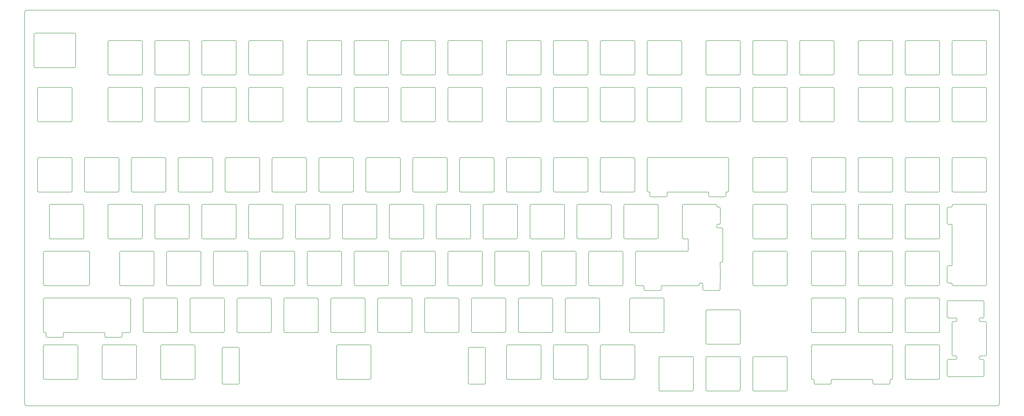
<source format=gbr>
%TF.GenerationSoftware,KiCad,Pcbnew,(5.99.0-2421-g2ea5528cd)*%
%TF.CreationDate,2020-08-11T23:59:47-04:00*%
%TF.ProjectId,FR4-plate-new,4652342d-706c-4617-9465-2d6e65772e6b,rev?*%
%TF.SameCoordinates,Original*%
%TF.FileFunction,Profile,NP*%
%FSLAX46Y46*%
G04 Gerber Fmt 4.6, Leading zero omitted, Abs format (unit mm)*
G04 Created by KiCad (PCBNEW (5.99.0-2421-g2ea5528cd)) date 2020-08-11 23:59:47*
%MOMM*%
%LPD*%
G01*
G04 APERTURE LIST*
%TA.AperFunction,Profile*%
%ADD10C,0.200000*%
%TD*%
G04 APERTURE END LIST*
D10*
X282581749Y-110513000D02*
G75*
G02*
X282494749Y-110794835I-500000J0D01*
G01*
X352637999Y-44925001D02*
G75*
G02*
X352137999Y-45425001I-500000J0D01*
G01*
X123537999Y-79050000D02*
G75*
G02*
X124037999Y-79550000I0J-500000D01*
G01*
X69269249Y-149700000D02*
X69269249Y-136700000D01*
X185450499Y-12375001D02*
X172450499Y-12375001D01*
X95462999Y-73500000D02*
G75*
G02*
X94962999Y-74000000I-500000J0D01*
G01*
X76700499Y-98600000D02*
X76700499Y-111600000D01*
X266912999Y-44925001D02*
G75*
G02*
X266412999Y-45425001I-500000J0D01*
G01*
X276725499Y-31925001D02*
X276725499Y-44925001D01*
X319587999Y-117650000D02*
G75*
G02*
X320087999Y-117150000I500000J0D01*
G01*
X31956749Y-150200000D02*
X44956749Y-150200000D01*
X152900499Y-31925001D02*
X152900499Y-44925001D01*
X100225499Y-130650000D02*
X100225499Y-117650000D01*
X71937999Y-31925001D02*
G75*
G02*
X72437999Y-31425001I500000J0D01*
G01*
X339137999Y-131150000D02*
G75*
G02*
X338637999Y-130650000I0J500000D01*
G01*
X85437999Y-31425001D02*
G75*
G02*
X85937999Y-31925001I0J-500000D01*
G01*
X114012999Y-60000001D02*
G75*
G02*
X114512999Y-60500001I0J-500000D01*
G01*
X209762999Y-25875001D02*
G75*
G02*
X209262999Y-26375001I-500000J0D01*
G01*
X176712999Y-60500001D02*
X176712999Y-73500000D01*
X186706749Y-137200000D02*
G75*
G02*
X187206749Y-137700000I0J-500000D01*
G01*
X104987999Y-92550000D02*
X104987999Y-79550000D01*
X52887999Y-79550000D02*
X52887999Y-92550000D01*
X3763000Y-9875000D02*
X3763000Y-22875000D01*
X247862999Y-149700000D02*
X247862999Y-136700000D01*
X91487999Y-93050000D02*
X104487999Y-93050000D01*
X309775499Y-25875001D02*
X309775499Y-12875001D01*
X351550999Y-150500000D02*
G75*
G02*
X351850999Y-150200000I300000J0D01*
G01*
X133850499Y-98600000D02*
X133850499Y-111600000D01*
X375237999Y-87137000D02*
G75*
G02*
X374737999Y-86637000I0J500000D01*
G01*
X233862999Y-12875001D02*
G75*
G02*
X234362999Y-12375001I500000J0D01*
G01*
X148137999Y-79550000D02*
X148137999Y-92550000D01*
X327674999Y-151700000D02*
X327674999Y-150500000D01*
X86225499Y-117650000D02*
X86225499Y-130650000D01*
X390737999Y-25875001D02*
G75*
G02*
X390237999Y-26375001I-500000J0D01*
G01*
X319587999Y-98600000D02*
X319587999Y-111600000D01*
X18762998Y-31425001D02*
G75*
G02*
X19262998Y-31925001I0J-500000D01*
G01*
X271175499Y-140962500D02*
X258175499Y-140962500D01*
X338637999Y-60500001D02*
G75*
G02*
X339137999Y-60000001I500000J0D01*
G01*
X172450499Y-112100000D02*
G75*
G02*
X171950499Y-111600000I0J500000D01*
G01*
X309775499Y-111600000D02*
X309775499Y-98600000D01*
X282081749Y-80137000D02*
G75*
G02*
X282581749Y-80637000I0J-500000D01*
G01*
X38312999Y-73500000D02*
G75*
G02*
X37812999Y-74000000I-500000J0D01*
G01*
X90987999Y-79550000D02*
G75*
G02*
X91487999Y-79050000I500000J0D01*
G01*
X214812999Y-12875001D02*
G75*
G02*
X215312999Y-12375001I500000J0D01*
G01*
X277225499Y-26375001D02*
X290225499Y-26375001D01*
X57650499Y-98600000D02*
G75*
G02*
X58150499Y-98100000I500000J0D01*
G01*
X23525499Y-79050000D02*
G75*
G02*
X24025499Y-79550000I0J-500000D01*
G01*
X15731249Y-131450000D02*
G75*
G02*
X16031249Y-131150000I300000J0D01*
G01*
X201025499Y-131150000D02*
X214025499Y-131150000D01*
X91487999Y-26375001D02*
G75*
G02*
X90987999Y-25875001I0J500000D01*
G01*
X128300499Y-98100000D02*
G75*
G02*
X128800499Y-98600000I0J-500000D01*
G01*
X374737999Y-104513000D02*
G75*
G02*
X375237999Y-104013000I500000J0D01*
G01*
X133062999Y-60000001D02*
X120062999Y-60000001D01*
X376737999Y-127175000D02*
X376737999Y-140175000D01*
X37812999Y-60000001D02*
X24812999Y-60000001D01*
X171162999Y-60000001D02*
X158162999Y-60000001D01*
X134350499Y-112100000D02*
X147350499Y-112100000D01*
X171950499Y-31925001D02*
X171950499Y-44925001D01*
X8144250Y-131150000D02*
X8431250Y-131150000D01*
X115300499Y-45425001D02*
X128300499Y-45425001D01*
X371687999Y-44925001D02*
X371687999Y-31925001D01*
X71937999Y-12875001D02*
X71937999Y-25875001D01*
X152900499Y-98600000D02*
G75*
G02*
X153400499Y-98100000I500000J0D01*
G01*
X229100499Y-98600000D02*
X229100499Y-111600000D01*
X269281749Y-98100000D02*
X248650499Y-98100000D01*
X258175499Y-154962500D02*
G75*
G02*
X257675499Y-154462500I0J500000D01*
G01*
X338637999Y-31925001D02*
G75*
G02*
X339137999Y-31425001I500000J0D01*
G01*
X269581749Y-93350000D02*
X269581749Y-97800000D01*
X77200499Y-112100000D02*
G75*
G02*
X76700499Y-111600000I0J500000D01*
G01*
X66387999Y-12375001D02*
X53387999Y-12375001D01*
X352637999Y-111600000D02*
G75*
G02*
X352137999Y-112100000I-500000J0D01*
G01*
X319587999Y-136700000D02*
X319587999Y-149700000D01*
X374737999Y-80637000D02*
G75*
G02*
X375237999Y-80137000I500000J0D01*
G01*
X186237999Y-79550000D02*
X186237999Y-92550000D01*
X180687999Y-79050000D02*
X167687999Y-79050000D01*
X274056749Y-111600000D02*
G75*
G02*
X273556749Y-112100000I-500000J0D01*
G01*
X191500499Y-112100000D02*
G75*
G02*
X191000499Y-111600000I0J500000D01*
G01*
X147850499Y-111600000D02*
X147850499Y-98600000D01*
X81175499Y-130650000D02*
G75*
G02*
X80675499Y-131150000I-500000J0D01*
G01*
X171162999Y-60000001D02*
G75*
G02*
X171662999Y-60500001I0J-500000D01*
G01*
X247362999Y-136200000D02*
X234362999Y-136200000D01*
X10525500Y-93049999D02*
X23525499Y-93050000D01*
X20262999Y-9375000D02*
X4263000Y-9375000D01*
X296275499Y-93050000D02*
X309275499Y-93050000D01*
X195475499Y-130650000D02*
X195475499Y-117650000D01*
X19262999Y-73499999D02*
G75*
G02*
X18762999Y-73999999I-500000J0D01*
G01*
X24025499Y-92550000D02*
X24025499Y-79550000D01*
X7644249Y-136700000D02*
G75*
G02*
X8144250Y-136199999I500001J0D01*
G01*
X67175499Y-117650000D02*
X67175499Y-130650000D01*
X62125499Y-130650000D02*
X62125499Y-117650000D01*
X390237999Y-126675000D02*
X388237999Y-126675000D01*
X290725499Y-25875001D02*
G75*
G02*
X290225499Y-26375001I-500000J0D01*
G01*
X375237999Y-125237000D02*
X378237999Y-125237000D01*
X253412999Y-74000000D02*
G75*
G02*
X252912999Y-73500000I0J500000D01*
G01*
X339137999Y-74000000D02*
X352137999Y-74000000D01*
X320374999Y-150200000D02*
G75*
G02*
X320674999Y-150500000I0J-300000D01*
G01*
X320087999Y-131150000D02*
G75*
G02*
X319587999Y-130650000I0J500000D01*
G01*
X320087999Y-112100000D02*
X333087999Y-112100000D01*
X119275499Y-130650000D02*
G75*
G02*
X118775499Y-131150000I-500000J0D01*
G01*
X247862999Y-25875001D02*
G75*
G02*
X247362999Y-26375001I-500000J0D01*
G01*
X166400499Y-12375001D02*
X153400499Y-12375001D01*
X378237999Y-140675000D02*
G75*
G02*
X378737999Y-141175000I0J-500000D01*
G01*
X296275499Y-74000000D02*
X309275499Y-74000000D01*
X143087999Y-92550000D02*
G75*
G02*
X142587999Y-93050000I-500000J0D01*
G01*
X187206749Y-151700000D02*
G75*
G02*
X186706749Y-152200000I-500000J0D01*
G01*
X114800499Y-12875001D02*
G75*
G02*
X115300499Y-12375001I500000J0D01*
G01*
X185950499Y-25875001D02*
X185950499Y-12875001D01*
X147350499Y-98100000D02*
X134350499Y-98100000D01*
X252118749Y-114100000D02*
G75*
G02*
X251618749Y-113600000I0J500000D01*
G01*
X66887999Y-44925001D02*
X66887999Y-31925001D01*
X284875999Y-75500000D02*
X284875999Y-74000000D01*
X258618749Y-113600000D02*
G75*
G02*
X258118749Y-114100000I-500000J0D01*
G01*
X205287999Y-79550000D02*
G75*
G02*
X205787999Y-79050000I500000J0D01*
G01*
X282081749Y-80137000D02*
X281500499Y-80137000D01*
X290225499Y-121912500D02*
G75*
G02*
X290725499Y-122412500I0J-500000D01*
G01*
X233575499Y-130650000D02*
X233575499Y-117650000D01*
X201025499Y-131150000D02*
G75*
G02*
X200525499Y-130650000I0J500000D01*
G01*
X86225499Y-117650000D02*
G75*
G02*
X86725499Y-117150000I500000J0D01*
G01*
X194975499Y-117150000D02*
X181975499Y-117150000D01*
X390237999Y-79050000D02*
G75*
G02*
X390737999Y-79550000I0J-500000D01*
G01*
X219575499Y-117650000D02*
X219575499Y-130650000D01*
X72437999Y-26375001D02*
X85437999Y-26375001D01*
X388237999Y-126675000D02*
G75*
G02*
X387737999Y-126175000I0J500000D01*
G01*
X10025500Y-79549999D02*
G75*
G02*
X10525500Y-79049999I500000J0D01*
G01*
X52100499Y-98100000D02*
X39100499Y-98100000D01*
X138612999Y-60500001D02*
G75*
G02*
X139112999Y-60000001I500000J0D01*
G01*
X124825499Y-131150000D02*
X137825499Y-131150000D01*
X309775499Y-154462500D02*
X309775499Y-141462500D01*
X375237999Y-111013000D02*
G75*
G02*
X374737999Y-110513000I0J500000D01*
G01*
X87206749Y-151700000D02*
X87206749Y-137700000D01*
X320087999Y-93050000D02*
G75*
G02*
X319587999Y-92550000I0J500000D01*
G01*
X128800499Y-25875001D02*
X128800499Y-12875001D01*
X274056749Y-111313000D02*
G75*
G02*
X274356749Y-111013000I300000J0D01*
G01*
X214812999Y-60500001D02*
X214812999Y-73500000D01*
X129087999Y-79550000D02*
G75*
G02*
X129587999Y-79050000I500000J0D01*
G01*
X185450499Y-31425001D02*
G75*
G02*
X185950499Y-31925001I0J-500000D01*
G01*
X215312999Y-150200000D02*
G75*
G02*
X214812999Y-149700000I0J500000D01*
G01*
X128300499Y-98100000D02*
X115300499Y-98100000D01*
X33107249Y-133150000D02*
G75*
G02*
X32607249Y-132650000I0J500000D01*
G01*
X269281749Y-93050000D02*
G75*
G02*
X269581749Y-93350000I0J-300000D01*
G01*
X100512999Y-60500001D02*
X100512999Y-73500000D01*
X128800499Y-44925001D02*
X128800499Y-31925001D01*
X56862999Y-60000001D02*
X43862999Y-60000001D01*
X24312999Y-60500001D02*
X24312999Y-73500000D01*
X147850499Y-44925001D02*
G75*
G02*
X147350499Y-45425001I-500000J0D01*
G01*
X358187999Y-26375001D02*
X371187999Y-26375001D01*
X195762999Y-136700000D02*
X195762999Y-149700000D01*
X195762999Y-12875001D02*
G75*
G02*
X196262999Y-12375001I500000J0D01*
G01*
X71150499Y-98100000D02*
G75*
G02*
X71650499Y-98600000I0J-500000D01*
G01*
X16031249Y-131150000D02*
X32307249Y-131150000D01*
X44956749Y-136200000D02*
X31956749Y-136200000D01*
X352637999Y-130650000D02*
G75*
G02*
X352137999Y-131150000I-500000J0D01*
G01*
X18762999Y-60000000D02*
G75*
G02*
X19262999Y-60500000I0J-500000D01*
G01*
X86725499Y-131150000D02*
G75*
G02*
X86225499Y-130650000I0J500000D01*
G01*
X344250999Y-150200000D02*
G75*
G02*
X344550999Y-150500000I0J-300000D01*
G01*
X389737999Y-148613000D02*
G75*
G02*
X389237999Y-149113000I-500000J0D01*
G01*
X290725499Y-154462500D02*
G75*
G02*
X290225499Y-154962500I-500000J0D01*
G01*
X76700499Y-98600000D02*
G75*
G02*
X77200499Y-98100000I500000J0D01*
G01*
X5263000Y-31925001D02*
X5263000Y-44925001D01*
X371187999Y-12375001D02*
X358187999Y-12375001D01*
X158162999Y-74000000D02*
X171162999Y-74000000D01*
X376737999Y-60500001D02*
X376737999Y-73500000D01*
X377237999Y-112100000D02*
X390237999Y-112100000D01*
X376737999Y-60500001D02*
G75*
G02*
X377237999Y-60000001I500000J0D01*
G01*
X260999999Y-75500000D02*
X260999999Y-74000000D01*
X377237999Y-74000000D02*
X390237999Y-74000000D01*
X8431250Y-131150000D02*
G75*
G02*
X8731250Y-131450000I0J-300000D01*
G01*
X319587999Y-79550000D02*
G75*
G02*
X320087999Y-79050000I500000J0D01*
G01*
X196262999Y-45425001D02*
G75*
G02*
X195762999Y-44925001I0J500000D01*
G01*
X376737999Y-12875001D02*
X376737999Y-25875001D01*
X357687999Y-79550000D02*
G75*
G02*
X358187999Y-79050000I500000J0D01*
G01*
X133850499Y-12875001D02*
G75*
G02*
X134350499Y-12375001I500000J0D01*
G01*
X295775499Y-141462500D02*
G75*
G02*
X296275499Y-140962500I500000J0D01*
G01*
X260999999Y-74000000D02*
X277875999Y-74000000D01*
X57362999Y-73500000D02*
G75*
G02*
X56862999Y-74000000I-500000J0D01*
G01*
X228312999Y-12375001D02*
X215312999Y-12375001D01*
X247862999Y-44925001D02*
X247862999Y-31925001D01*
X290225499Y-140962500D02*
X277225499Y-140962500D01*
X309775499Y-92550000D02*
X309775499Y-79550000D01*
X309275499Y-140962500D02*
X296275499Y-140962500D01*
X214812999Y-136700000D02*
G75*
G02*
X215312999Y-136200000I500000J0D01*
G01*
X38600499Y-98600000D02*
X38600499Y-111600000D01*
X339137999Y-93050000D02*
X352137999Y-93050000D01*
X285462999Y-60000001D02*
G75*
G02*
X285962999Y-60500001I0J-500000D01*
G01*
X390237999Y-60000001D02*
X377237999Y-60000001D01*
X252912999Y-60500001D02*
G75*
G02*
X253412999Y-60000001I500000J0D01*
G01*
X91487999Y-45425001D02*
X104487999Y-45425001D01*
X376437999Y-111013000D02*
G75*
G02*
X376737999Y-111313000I0J-300000D01*
G01*
X377237999Y-45425001D02*
G75*
G02*
X376737999Y-44925001I0J500000D01*
G01*
X259269249Y-117150000D02*
X246269249Y-117150000D01*
X147350499Y-12375001D02*
G75*
G02*
X147850499Y-12875001I0J-500000D01*
G01*
X371187999Y-117150000D02*
G75*
G02*
X371687999Y-117650000I0J-500000D01*
G01*
X209262999Y-12375001D02*
X196262999Y-12375001D01*
X128800499Y-44925001D02*
G75*
G02*
X128300499Y-45425001I-500000J0D01*
G01*
X134350499Y-112100000D02*
G75*
G02*
X133850499Y-111600000I0J500000D01*
G01*
X309275499Y-79050000D02*
X296275499Y-79050000D01*
X339137999Y-112100000D02*
X352137999Y-112100000D01*
X53387999Y-26375001D02*
X66387999Y-26375001D01*
X143375499Y-117650000D02*
X143375499Y-130650000D01*
X123537999Y-79050000D02*
X110537999Y-79050000D01*
X333087999Y-60000001D02*
X320087999Y-60000001D01*
X185450499Y-98100000D02*
G75*
G02*
X185950499Y-98600000I0J-500000D01*
G01*
X252912999Y-12875001D02*
G75*
G02*
X253412999Y-12375001I500000J0D01*
G01*
X319587999Y-60500001D02*
G75*
G02*
X320087999Y-60000001I500000J0D01*
G01*
X62912999Y-74000000D02*
X75912999Y-74000000D01*
X281500499Y-80137000D02*
G75*
G02*
X281200499Y-79837000I0J300000D01*
G01*
X215312999Y-45425001D02*
G75*
G02*
X214812999Y-44925001I0J500000D01*
G01*
X187206749Y-151700000D02*
X187206749Y-137700000D01*
X339137999Y-131150000D02*
X352137999Y-131150000D01*
X234362999Y-45425001D02*
X247362999Y-45425001D01*
X196262999Y-150200000D02*
X209262999Y-150200000D01*
X114512999Y-73500000D02*
X114512999Y-60500001D01*
X172450499Y-26375001D02*
G75*
G02*
X171950499Y-25875001I0J500000D01*
G01*
X333587999Y-73500000D02*
X333587999Y-60500001D01*
X266412999Y-31425001D02*
X253412999Y-31425001D01*
X352137999Y-60000001D02*
G75*
G02*
X352637999Y-60500001I0J-500000D01*
G01*
X68769249Y-136200000D02*
G75*
G02*
X69269249Y-136700000I0J-500000D01*
G01*
X24025499Y-92550000D02*
G75*
G02*
X23525499Y-93050000I-500000J0D01*
G01*
X62912999Y-74000000D02*
G75*
G02*
X62412999Y-73500000I0J500000D01*
G01*
X284875999Y-74000000D02*
X285462999Y-74000000D01*
X237837999Y-79050000D02*
G75*
G02*
X238337999Y-79550000I0J-500000D01*
G01*
X53387999Y-93050000D02*
G75*
G02*
X52887999Y-92550000I0J500000D01*
G01*
X283081749Y-88575000D02*
X281500499Y-88575000D01*
X371687999Y-25875001D02*
X371687999Y-12875001D01*
X143087999Y-92550000D02*
X143087999Y-79550000D01*
X247362999Y-60000001D02*
X234362999Y-60000001D01*
X377237999Y-45425001D02*
X390237999Y-45425001D01*
X238337999Y-92550000D02*
G75*
G02*
X237837999Y-93050000I-500000J0D01*
G01*
X260999999Y-75500000D02*
G75*
G02*
X260499999Y-76000000I-500000J0D01*
G01*
X185950499Y-44925001D02*
X185950499Y-31925001D01*
X162925499Y-131150000D02*
X175925499Y-131150000D01*
X394999999Y-160999999D02*
X1000000Y-160999999D01*
X119562999Y-60500001D02*
X119562999Y-73500000D01*
X104487999Y-31425001D02*
X91487999Y-31425001D01*
X357687999Y-136700000D02*
G75*
G02*
X358187999Y-136200000I500000J0D01*
G01*
X7644250Y-117650000D02*
X7644250Y-130650000D01*
X253412999Y-45425001D02*
X266412999Y-45425001D01*
X228812999Y-25875001D02*
X228812999Y-12875001D01*
X351550999Y-151700000D02*
X351550999Y-150500000D01*
X39907249Y-131150000D02*
X42575499Y-131150000D01*
X66887999Y-92550000D02*
X66887999Y-79550000D01*
X91487999Y-45425001D02*
G75*
G02*
X90987999Y-44925001I0J500000D01*
G01*
X378737999Y-126175000D02*
G75*
G02*
X378237999Y-126675000I-500000J0D01*
G01*
X52600499Y-111600000D02*
G75*
G02*
X52100499Y-112100000I-500000J0D01*
G01*
X143375499Y-117650000D02*
G75*
G02*
X143875499Y-117150000I500000J0D01*
G01*
X171950499Y-98600000D02*
G75*
G02*
X172450499Y-98100000I500000J0D01*
G01*
X358187999Y-45425001D02*
X371187999Y-45425001D01*
X371687999Y-73500000D02*
X371687999Y-60500001D01*
X66387999Y-12375001D02*
G75*
G02*
X66887999Y-12875001I0J-500000D01*
G01*
X390237999Y-60000001D02*
G75*
G02*
X390737999Y-60500001I0J-500000D01*
G01*
X33107249Y-133150000D02*
X39107249Y-133150000D01*
X390737999Y-73500000D02*
G75*
G02*
X390237999Y-74000000I-500000J0D01*
G01*
X171950499Y-12875001D02*
G75*
G02*
X172450499Y-12375001I500000J0D01*
G01*
X48125499Y-117650000D02*
X48125499Y-130650000D01*
X357687999Y-60500001D02*
X357687999Y-73500000D01*
X34337999Y-93050000D02*
G75*
G02*
X33837999Y-92550000I0J500000D01*
G01*
X39607249Y-132650000D02*
G75*
G02*
X39107249Y-133150000I-500000J0D01*
G01*
X34337999Y-93050000D02*
X47337999Y-93050000D01*
X62125499Y-130650000D02*
G75*
G02*
X61625499Y-131150000I-500000J0D01*
G01*
X219287999Y-92550000D02*
X219287999Y-79550000D01*
X152612999Y-73500000D02*
G75*
G02*
X152112999Y-74000000I-500000J0D01*
G01*
X8731250Y-131450000D02*
X8731250Y-132650000D01*
X47837999Y-92550000D02*
X47837999Y-79550000D01*
X138612999Y-60500001D02*
X138612999Y-73500000D01*
X176425499Y-130650000D02*
G75*
G02*
X175925499Y-131150000I-500000J0D01*
G01*
X8144250Y-112100000D02*
G75*
G02*
X7644250Y-111600000I0J500000D01*
G01*
X276725499Y-122412500D02*
X276725499Y-135412500D01*
X24312999Y-60500001D02*
G75*
G02*
X24812999Y-60000001I500000J0D01*
G01*
X371187999Y-79050000D02*
X358187999Y-79050000D01*
X205000499Y-111600000D02*
X205000499Y-98600000D01*
X124325499Y-117650000D02*
G75*
G02*
X124825499Y-117150000I500000J0D01*
G01*
X234362999Y-26375001D02*
X247362999Y-26375001D01*
X251318749Y-112100000D02*
G75*
G02*
X251618749Y-112400000I0J-300000D01*
G01*
X104487999Y-31425001D02*
G75*
G02*
X104987999Y-31925001I0J-500000D01*
G01*
X94962999Y-60000001D02*
X81962999Y-60000001D01*
X220075499Y-131150000D02*
G75*
G02*
X219575499Y-130650000I0J500000D01*
G01*
X267200499Y-79550000D02*
G75*
G02*
X267700499Y-79050000I500000J0D01*
G01*
X282581749Y-86637000D02*
X282581749Y-80637000D01*
X228312999Y-60000001D02*
X215312999Y-60000001D01*
X101012999Y-74000000D02*
X114012999Y-74000000D01*
X31956749Y-150200000D02*
G75*
G02*
X31456749Y-149700000I0J500000D01*
G01*
X90987999Y-31925001D02*
G75*
G02*
X91487999Y-31425001I500000J0D01*
G01*
X55269249Y-136700000D02*
G75*
G02*
X55769249Y-136200000I500000J0D01*
G01*
X9231250Y-133150000D02*
G75*
G02*
X8731250Y-132650000I0J500000D01*
G01*
X251618749Y-112400000D02*
X251618749Y-113600000D01*
X371187999Y-60000001D02*
X358187999Y-60000001D01*
X358187999Y-112100000D02*
X371187999Y-112100000D01*
X53387999Y-45425001D02*
X66387999Y-45425001D01*
X9231250Y-133150000D02*
X15231249Y-133150000D01*
X309775499Y-154462500D02*
G75*
G02*
X309275499Y-154962500I-500000J0D01*
G01*
X167687999Y-93050000D02*
X180687999Y-93050000D01*
X282494749Y-104231165D02*
G75*
G02*
X282581749Y-104513000I-413000J-281835D01*
G01*
X128800499Y-111600000D02*
G75*
G02*
X128300499Y-112100000I-500000J0D01*
G01*
X209762999Y-25875001D02*
X209762999Y-12875001D01*
X315325499Y-26375001D02*
X328325499Y-26375001D01*
X129087999Y-79550000D02*
X129087999Y-92550000D01*
X358187999Y-131150000D02*
G75*
G02*
X357687999Y-130650000I0J500000D01*
G01*
X47337999Y-31425001D02*
X34337999Y-31425001D01*
X66887999Y-25875001D02*
G75*
G02*
X66387999Y-26375001I-500000J0D01*
G01*
X47837999Y-92550000D02*
G75*
G02*
X47337999Y-93050000I-500000J0D01*
G01*
X357687999Y-98600000D02*
X357687999Y-111600000D01*
X166400499Y-98100000D02*
X153400499Y-98100000D01*
X127206749Y-150200000D02*
G75*
G02*
X126706749Y-149700000I0J500000D01*
G01*
X166900499Y-111600000D02*
G75*
G02*
X166400499Y-112100000I-500000J0D01*
G01*
X357687999Y-136700000D02*
X357687999Y-149700000D01*
X224837999Y-93050000D02*
X237837999Y-93050000D01*
X85937999Y-25875001D02*
X85937999Y-12875001D01*
X109250499Y-98100000D02*
X96250499Y-98100000D01*
X376737999Y-79550000D02*
G75*
G02*
X377237999Y-79050000I500000J0D01*
G01*
X196262999Y-26375001D02*
G75*
G02*
X195762999Y-25875001I0J500000D01*
G01*
X140206749Y-136200000D02*
X127206749Y-136200000D01*
X234362999Y-150200000D02*
X247362999Y-150200000D01*
X47837999Y-44925001D02*
X47837999Y-31925001D01*
X32307249Y-131150000D02*
G75*
G02*
X32607249Y-131450000I0J-300000D01*
G01*
X352637999Y-73500000D02*
G75*
G02*
X352137999Y-74000000I-500000J0D01*
G01*
X290225499Y-121912500D02*
X277225499Y-121912500D01*
X71650499Y-111600000D02*
G75*
G02*
X71150499Y-112100000I-500000J0D01*
G01*
X140706749Y-149700000D02*
X140706749Y-136700000D01*
X295775499Y-60500001D02*
G75*
G02*
X296275499Y-60000001I500000J0D01*
G01*
X157662999Y-60500001D02*
X157662999Y-73500000D01*
X162425499Y-117650000D02*
X162425499Y-130650000D01*
X378737999Y-141175000D02*
X378737999Y-141613000D01*
X152900499Y-12875001D02*
X152900499Y-25875001D01*
X142587999Y-79050000D02*
G75*
G02*
X143087999Y-79550000I0J-500000D01*
G01*
X390737999Y-44925001D02*
G75*
G02*
X390237999Y-45425001I-500000J0D01*
G01*
X20762999Y-22875000D02*
G75*
G02*
X20262999Y-23375000I-500000J0D01*
G01*
X282581749Y-86637000D02*
G75*
G02*
X282081749Y-87137000I-500000J0D01*
G01*
X209762999Y-44925001D02*
X209762999Y-31925001D01*
X266912999Y-44925001D02*
X266912999Y-31925001D01*
X228812999Y-25875001D02*
G75*
G02*
X228312999Y-26375001I-500000J0D01*
G01*
X295775499Y-31925001D02*
G75*
G02*
X296275499Y-31425001I500000J0D01*
G01*
X43362999Y-60500001D02*
G75*
G02*
X43862999Y-60000001I500000J0D01*
G01*
X390737999Y-44925001D02*
X390737999Y-31925001D01*
X195762999Y-31925001D02*
G75*
G02*
X196262999Y-31425001I500000J0D01*
G01*
X72437999Y-45425001D02*
G75*
G02*
X71937999Y-44925001I0J500000D01*
G01*
X21144249Y-136200000D02*
G75*
G02*
X21644249Y-136700000I0J-500000D01*
G01*
X295775499Y-12875001D02*
G75*
G02*
X296275499Y-12375001I500000J0D01*
G01*
X7644250Y-98600000D02*
X7644250Y-111600000D01*
X357687999Y-31925001D02*
G75*
G02*
X358187999Y-31425001I500000J0D01*
G01*
X247362999Y-60000001D02*
G75*
G02*
X247862999Y-60500001I0J-500000D01*
G01*
X147850499Y-44925001D02*
X147850499Y-31925001D01*
X104487999Y-12375001D02*
X91487999Y-12375001D01*
X233862999Y-136700000D02*
X233862999Y-149700000D01*
X8144250Y-150200000D02*
G75*
G02*
X7644250Y-149700000I0J500000D01*
G01*
X104987999Y-44925001D02*
G75*
G02*
X104487999Y-45425001I-500000J0D01*
G01*
X210050499Y-98600000D02*
X210050499Y-111600000D01*
X351850999Y-150200000D02*
X352137999Y-150200000D01*
X283581749Y-102075000D02*
X283581749Y-89075000D01*
X320087999Y-93050000D02*
X333087999Y-93050000D01*
X195762999Y-60500001D02*
G75*
G02*
X196262999Y-60000001I500000J0D01*
G01*
X345050999Y-152200000D02*
X351050999Y-152200000D01*
X181475499Y-117650000D02*
G75*
G02*
X181975499Y-117150000I500000J0D01*
G01*
X166900499Y-25875001D02*
X166900499Y-12875001D01*
X127206749Y-150200000D02*
X140206749Y-150200000D01*
X256887999Y-79050000D02*
G75*
G02*
X257387999Y-79550000I0J-500000D01*
G01*
X47837999Y-44925001D02*
G75*
G02*
X47337999Y-45425001I-500000J0D01*
G01*
X33837999Y-12875001D02*
X33837999Y-25875001D01*
X128300499Y-12375001D02*
G75*
G02*
X128800499Y-12875001I0J-500000D01*
G01*
X55769249Y-150200000D02*
X68769249Y-150200000D01*
X67175499Y-117650000D02*
G75*
G02*
X67675499Y-117150000I500000J0D01*
G01*
X253412999Y-74000000D02*
X253999999Y-74000000D01*
X80706749Y-152200000D02*
X86706749Y-152200000D01*
X266912999Y-25875001D02*
X266912999Y-12875001D01*
X45456749Y-149700000D02*
X45456749Y-136700000D01*
X320087999Y-112100000D02*
G75*
G02*
X319587999Y-111600000I0J500000D01*
G01*
X195762999Y-136700000D02*
G75*
G02*
X196262999Y-136200000I500000J0D01*
G01*
X281200499Y-87437000D02*
G75*
G02*
X281500499Y-87137000I300000J0D01*
G01*
X190212999Y-60000001D02*
G75*
G02*
X190712999Y-60500001I0J-500000D01*
G01*
X376437999Y-87137000D02*
G75*
G02*
X376737999Y-87437000I0J-300000D01*
G01*
X233862999Y-136700000D02*
G75*
G02*
X234362999Y-136200000I500000J0D01*
G01*
X100512999Y-60500001D02*
G75*
G02*
X101012999Y-60000001I500000J0D01*
G01*
X338637999Y-12875001D02*
X338637999Y-25875001D01*
X309775499Y-111600000D02*
G75*
G02*
X309275499Y-112100000I-500000J0D01*
G01*
X374737999Y-142613000D02*
G75*
G02*
X375237999Y-142113000I500000J0D01*
G01*
X358187999Y-93050000D02*
X371187999Y-93050000D01*
X47337999Y-12375001D02*
X34337999Y-12375001D01*
X5763000Y-45425001D02*
X18762998Y-45425001D01*
X200237999Y-92550000D02*
X200237999Y-79550000D01*
X181975499Y-131150000D02*
X194975499Y-131150000D01*
X243100499Y-111600000D02*
G75*
G02*
X242600499Y-112100000I-500000J0D01*
G01*
X290725499Y-154462500D02*
X290725499Y-141462500D01*
X282581749Y-110513000D02*
X282581749Y-104513000D01*
X214525499Y-130650000D02*
G75*
G02*
X214025499Y-131150000I-500000J0D01*
G01*
X90987999Y-31925001D02*
X90987999Y-44925001D01*
X266912999Y-25875001D02*
G75*
G02*
X266412999Y-26375001I-500000J0D01*
G01*
X276725499Y-122412500D02*
G75*
G02*
X277225499Y-121912500I500000J0D01*
G01*
X214812999Y-136700000D02*
X214812999Y-149700000D01*
X277875999Y-74000000D02*
X277875999Y-75500000D01*
X66887999Y-44925001D02*
G75*
G02*
X66387999Y-45425001I-500000J0D01*
G01*
X124037999Y-92550000D02*
G75*
G02*
X123537999Y-93050000I-500000J0D01*
G01*
X156875499Y-117150000D02*
X143875499Y-117150000D01*
X195762999Y-31925001D02*
X195762999Y-44925001D01*
X5763000Y-45425001D02*
G75*
G02*
X5263000Y-44925001I0J500000D01*
G01*
X245769249Y-117650000D02*
X245769249Y-130650000D01*
X172450499Y-45425001D02*
G75*
G02*
X171950499Y-44925001I0J500000D01*
G01*
X196262999Y-150200000D02*
G75*
G02*
X195762999Y-149700000I0J500000D01*
G01*
X252912999Y-60500001D02*
X252912999Y-73500000D01*
X209262999Y-12375001D02*
G75*
G02*
X209762999Y-12875001I0J-500000D01*
G01*
X352637999Y-92550000D02*
X352637999Y-79550000D01*
X34337999Y-26375001D02*
X47337999Y-26375001D01*
X166400499Y-31425001D02*
X153400499Y-31425001D01*
X52887999Y-12875001D02*
G75*
G02*
X53387999Y-12375001I500000J0D01*
G01*
X162137999Y-92550000D02*
G75*
G02*
X161637999Y-93050000I-500000J0D01*
G01*
X147850499Y-25875001D02*
G75*
G02*
X147350499Y-26375001I-500000J0D01*
G01*
X247862999Y-73500000D02*
G75*
G02*
X247362999Y-74000000I-500000J0D01*
G01*
X387737999Y-141613000D02*
X387737999Y-141175000D01*
X320674999Y-150500000D02*
X320674999Y-151700000D01*
X90987999Y-12875001D02*
X90987999Y-25875001D01*
X345050999Y-152200000D02*
G75*
G02*
X344550999Y-151700000I0J500000D01*
G01*
X76412999Y-73500000D02*
X76412999Y-60500001D01*
X282494749Y-102875000D02*
G75*
G02*
X282794749Y-102575000I300000J0D01*
G01*
X21644249Y-149700000D02*
G75*
G02*
X21144249Y-150200000I-500000J0D01*
G01*
X218787999Y-79050000D02*
X205787999Y-79050000D01*
X281500499Y-88575000D02*
G75*
G02*
X281200499Y-88275000I0J300000D01*
G01*
X389737999Y-124737000D02*
G75*
G02*
X389237999Y-125237000I-500000J0D01*
G01*
X214525499Y-130650000D02*
X214525499Y-117650000D01*
X210550499Y-112100000D02*
X223550499Y-112100000D01*
X338637999Y-79550000D02*
X338637999Y-92550000D01*
X148637999Y-93050000D02*
X161637999Y-93050000D01*
X109750499Y-111600000D02*
G75*
G02*
X109250499Y-112100000I-500000J0D01*
G01*
X352137999Y-98100000D02*
X339137999Y-98100000D01*
X114800499Y-98600000D02*
X114800499Y-111600000D01*
X185950499Y-111600000D02*
G75*
G02*
X185450499Y-112100000I-500000J0D01*
G01*
X166900499Y-44925001D02*
G75*
G02*
X166400499Y-45425001I-500000J0D01*
G01*
X25906749Y-98100000D02*
G75*
G02*
X26406749Y-98600000I0J-500000D01*
G01*
X96250499Y-112100000D02*
X109250499Y-112100000D01*
X1000000Y-160999999D02*
G75*
G02*
X0Y-159999999I0J1000000D01*
G01*
X295775499Y-79550000D02*
G75*
G02*
X296275499Y-79050000I500000J0D01*
G01*
X233862999Y-31925001D02*
G75*
G02*
X234362999Y-31425001I500000J0D01*
G01*
X228312999Y-31425001D02*
G75*
G02*
X228812999Y-31925001I0J-500000D01*
G01*
X20762999Y-22875000D02*
X20762999Y-9875000D01*
X374737999Y-80637000D02*
X374737999Y-86637000D01*
X71650499Y-111600000D02*
X71650499Y-98600000D01*
X314825499Y-31925001D02*
X314825499Y-44925001D01*
X185950499Y-111600000D02*
X185950499Y-98600000D01*
X134350499Y-45425001D02*
G75*
G02*
X133850499Y-44925001I0J500000D01*
G01*
X320087999Y-74000000D02*
X333087999Y-74000000D01*
X339137999Y-26375001D02*
G75*
G02*
X338637999Y-25875001I0J500000D01*
G01*
X238337999Y-92550000D02*
X238337999Y-79550000D01*
X220075499Y-131150000D02*
X233075499Y-131150000D01*
X352137999Y-98100000D02*
G75*
G02*
X352637999Y-98600000I0J-500000D01*
G01*
X138325499Y-130650000D02*
X138325499Y-117650000D01*
X71937999Y-12875001D02*
G75*
G02*
X72437999Y-12375001I500000J0D01*
G01*
X258175499Y-154962500D02*
X271175499Y-154962500D01*
X147850499Y-111600000D02*
G75*
G02*
X147350499Y-112100000I-500000J0D01*
G01*
X119562999Y-60500001D02*
G75*
G02*
X120062999Y-60000001I500000J0D01*
G01*
X39100499Y-112100000D02*
G75*
G02*
X38600499Y-111600000I0J500000D01*
G01*
X152900499Y-12875001D02*
G75*
G02*
X153400499Y-12375001I500000J0D01*
G01*
X284875999Y-75500000D02*
G75*
G02*
X284375999Y-76000000I-500000J0D01*
G01*
X234362999Y-74000000D02*
G75*
G02*
X233862999Y-73500000I0J500000D01*
G01*
X328325499Y-31425001D02*
X315325499Y-31425001D01*
X191000499Y-98600000D02*
X191000499Y-111600000D01*
X48125499Y-117650000D02*
G75*
G02*
X48625499Y-117150000I500000J0D01*
G01*
X80206749Y-137700000D02*
G75*
G02*
X80706749Y-137200000I500000J0D01*
G01*
X296275499Y-74000000D02*
G75*
G02*
X295775499Y-73500000I0J500000D01*
G01*
X90700499Y-111600000D02*
G75*
G02*
X90200499Y-112100000I-500000J0D01*
G01*
X105275499Y-117650000D02*
G75*
G02*
X105775499Y-117150000I500000J0D01*
G01*
X171662999Y-73500000D02*
G75*
G02*
X171162999Y-74000000I-500000J0D01*
G01*
X85437999Y-79050000D02*
X72437999Y-79050000D01*
X104987999Y-25875001D02*
G75*
G02*
X104487999Y-26375001I-500000J0D01*
G01*
X258918749Y-112100000D02*
X273556749Y-112100000D01*
X3763000Y-9875000D02*
G75*
G02*
X4263000Y-9375000I500000J0D01*
G01*
X233862999Y-60500001D02*
G75*
G02*
X234362999Y-60000001I500000J0D01*
G01*
X282794749Y-102575000D02*
X283081749Y-102575000D01*
X34337999Y-45425001D02*
X47337999Y-45425001D01*
X258618749Y-113600000D02*
X258618749Y-112400000D01*
X276725499Y-12875001D02*
G75*
G02*
X277225499Y-12375001I500000J0D01*
G01*
X104487999Y-79050000D02*
G75*
G02*
X104987999Y-79550000I0J-500000D01*
G01*
X277225499Y-154962500D02*
G75*
G02*
X276725499Y-154462500I0J500000D01*
G01*
X75912999Y-60000001D02*
G75*
G02*
X76412999Y-60500001I0J-500000D01*
G01*
X215312999Y-45425001D02*
X228312999Y-45425001D01*
X53387999Y-26375001D02*
G75*
G02*
X52887999Y-25875001I0J500000D01*
G01*
X185450499Y-12375001D02*
G75*
G02*
X185950499Y-12875001I0J-500000D01*
G01*
X229600499Y-112100000D02*
X242600499Y-112100000D01*
X277225499Y-45425001D02*
G75*
G02*
X276725499Y-44925001I0J500000D01*
G01*
X10525500Y-93049999D02*
G75*
G02*
X10025500Y-92549999I0J500000D01*
G01*
X390737999Y-73500000D02*
X390737999Y-60500001D01*
X195762999Y-60500001D02*
X195762999Y-73500000D01*
X247362999Y-12375001D02*
G75*
G02*
X247862999Y-12875001I0J-500000D01*
G01*
X53387999Y-93050000D02*
X66387999Y-93050000D01*
X228812999Y-149700000D02*
X228812999Y-136700000D01*
X171950499Y-31925001D02*
G75*
G02*
X172450499Y-31425001I500000J0D01*
G01*
X52600499Y-111600000D02*
X52600499Y-98600000D01*
X105775499Y-131150000D02*
G75*
G02*
X105275499Y-130650000I0J500000D01*
G01*
X234362999Y-45425001D02*
G75*
G02*
X233862999Y-44925001I0J500000D01*
G01*
X57362999Y-73500000D02*
X57362999Y-60500001D01*
X209262999Y-60000001D02*
G75*
G02*
X209762999Y-60500001I0J-500000D01*
G01*
X200525499Y-117650000D02*
X200525499Y-130650000D01*
X319587999Y-79550000D02*
X319587999Y-92550000D01*
X181187999Y-92550000D02*
G75*
G02*
X180687999Y-93050000I-500000J0D01*
G01*
X257387999Y-92550000D02*
X257387999Y-79550000D01*
X214025499Y-117150000D02*
G75*
G02*
X214525499Y-117650000I0J-500000D01*
G01*
X126706749Y-136700000D02*
X126706749Y-149700000D01*
X224337999Y-79550000D02*
G75*
G02*
X224837999Y-79050000I500000J0D01*
G01*
X259769249Y-130650000D02*
X259769249Y-117650000D01*
X247362999Y-136200000D02*
G75*
G02*
X247862999Y-136700000I0J-500000D01*
G01*
X281500499Y-87137000D02*
X282081749Y-87137000D01*
X96250499Y-112100000D02*
G75*
G02*
X95750499Y-111600000I0J500000D01*
G01*
X80675499Y-117150000D02*
G75*
G02*
X81175499Y-117650000I0J-500000D01*
G01*
X209262999Y-31425001D02*
X196262999Y-31425001D01*
X157375499Y-130650000D02*
X157375499Y-117650000D01*
X5763000Y-73999999D02*
X18762999Y-73999999D01*
X224837999Y-93050000D02*
G75*
G02*
X224337999Y-92550000I0J500000D01*
G01*
X52887999Y-31925001D02*
X52887999Y-44925001D01*
X105275499Y-117650000D02*
X105275499Y-130650000D01*
X196262999Y-74000000D02*
X209262999Y-74000000D01*
X242600499Y-98100000D02*
X229600499Y-98100000D01*
X390237999Y-12375001D02*
G75*
G02*
X390737999Y-12875001I0J-500000D01*
G01*
X104987999Y-92550000D02*
G75*
G02*
X104487999Y-93050000I-500000J0D01*
G01*
X153400499Y-45425001D02*
X166400499Y-45425001D01*
X295775499Y-79550000D02*
X295775499Y-92550000D01*
X388237999Y-142113000D02*
G75*
G02*
X387737999Y-141613000I0J500000D01*
G01*
X378737999Y-125737000D02*
X378737999Y-126175000D01*
X377237999Y-112100000D02*
G75*
G02*
X376737999Y-111600000I0J500000D01*
G01*
X352137999Y-79050000D02*
G75*
G02*
X352637999Y-79550000I0J-500000D01*
G01*
X333087999Y-98100000D02*
G75*
G02*
X333587999Y-98600000I0J-500000D01*
G01*
X140206749Y-136200000D02*
G75*
G02*
X140706749Y-136700000I0J-500000D01*
G01*
X52887999Y-79550000D02*
G75*
G02*
X53387999Y-79050000I500000J0D01*
G01*
X328825499Y-44925001D02*
G75*
G02*
X328325499Y-45425001I-500000J0D01*
G01*
X209762999Y-73500000D02*
X209762999Y-60500001D01*
X167687999Y-93050000D02*
G75*
G02*
X167187999Y-92550000I0J500000D01*
G01*
X69269249Y-149700000D02*
G75*
G02*
X68769249Y-150200000I-500000J0D01*
G01*
X277225499Y-45425001D02*
X290225499Y-45425001D01*
X43362999Y-60500001D02*
X43362999Y-73500000D01*
X259769249Y-130650000D02*
G75*
G02*
X259269249Y-131150000I-500000J0D01*
G01*
X275194749Y-111013000D02*
G75*
G02*
X275494749Y-111313000I0J-300000D01*
G01*
X156875499Y-117150000D02*
G75*
G02*
X157375499Y-117650000I0J-500000D01*
G01*
X218787999Y-79050000D02*
G75*
G02*
X219287999Y-79550000I0J-500000D01*
G01*
X333087999Y-79050000D02*
X320087999Y-79050000D01*
X333087999Y-79050000D02*
G75*
G02*
X333587999Y-79550000I0J-500000D01*
G01*
X352637999Y-73500000D02*
X352637999Y-60500001D01*
X278375999Y-76000000D02*
G75*
G02*
X277875999Y-75500000I0J500000D01*
G01*
X81462999Y-60500001D02*
G75*
G02*
X81962999Y-60000001I500000J0D01*
G01*
X338637999Y-117650000D02*
G75*
G02*
X339137999Y-117150000I500000J0D01*
G01*
X95750499Y-98600000D02*
X95750499Y-111600000D01*
X328325499Y-31425001D02*
G75*
G02*
X328825499Y-31925001I0J-500000D01*
G01*
X166900499Y-111600000D02*
X166900499Y-98600000D01*
X377237999Y-26375001D02*
X390237999Y-26375001D01*
X66387999Y-31425001D02*
X53387999Y-31425001D01*
X269581749Y-97800000D02*
G75*
G02*
X269281749Y-98100000I-300000J0D01*
G01*
X115300499Y-45425001D02*
G75*
G02*
X114800499Y-44925001I0J500000D01*
G01*
X209262999Y-31425001D02*
G75*
G02*
X209762999Y-31925001I0J-500000D01*
G01*
X72437999Y-26375001D02*
G75*
G02*
X71937999Y-25875001I0J500000D01*
G01*
X371687999Y-92550000D02*
G75*
G02*
X371187999Y-93050000I-500000J0D01*
G01*
X147850499Y-25875001D02*
X147850499Y-12875001D01*
X320087999Y-131150000D02*
X333087999Y-131150000D01*
X31456749Y-136700000D02*
X31456749Y-149700000D01*
X247862999Y-73500000D02*
X247862999Y-60500001D01*
X137825499Y-117150000D02*
G75*
G02*
X138325499Y-117650000I0J-500000D01*
G01*
X43075499Y-130650000D02*
X43075499Y-117650000D01*
X352137999Y-60000001D02*
X339137999Y-60000001D01*
X77200499Y-112100000D02*
X90200499Y-112100000D01*
X133850499Y-31925001D02*
G75*
G02*
X134350499Y-31425001I500000J0D01*
G01*
X190212999Y-60000001D02*
X177212999Y-60000001D01*
X8144250Y-131150000D02*
G75*
G02*
X7644250Y-130650000I0J500000D01*
G01*
X271675499Y-154462500D02*
G75*
G02*
X271175499Y-154962500I-500000J0D01*
G01*
X38600499Y-98600000D02*
G75*
G02*
X39100499Y-98100000I500000J0D01*
G01*
X254499999Y-76000000D02*
G75*
G02*
X253999999Y-75500000I0J500000D01*
G01*
X357687999Y-98600000D02*
G75*
G02*
X358187999Y-98100000I500000J0D01*
G01*
X390237999Y-31425001D02*
G75*
G02*
X390737999Y-31925001I0J-500000D01*
G01*
X19262998Y-44925001D02*
G75*
G02*
X18762998Y-45425001I-500000J0D01*
G01*
X104487999Y-79050000D02*
X91487999Y-79050000D01*
X377237999Y-26375001D02*
G75*
G02*
X376737999Y-25875001I0J500000D01*
G01*
X283581749Y-102075000D02*
G75*
G02*
X283081749Y-102575000I-500000J0D01*
G01*
X219287999Y-92550000D02*
G75*
G02*
X218787999Y-93050000I-500000J0D01*
G01*
X309275499Y-31425001D02*
X296275499Y-31425001D01*
X290225499Y-12375001D02*
X277225499Y-12375001D01*
X66887999Y-25875001D02*
X66887999Y-12875001D01*
X110537999Y-93050000D02*
G75*
G02*
X110037999Y-92550000I0J500000D01*
G01*
X376437999Y-80137000D02*
X375237999Y-80137000D01*
X390237999Y-12375001D02*
X377237999Y-12375001D01*
X339137999Y-74000000D02*
G75*
G02*
X338637999Y-73500000I0J500000D01*
G01*
X328825499Y-44925001D02*
X328825499Y-31925001D01*
X10025500Y-79549999D02*
X10025500Y-92549999D01*
X285962999Y-73500000D02*
G75*
G02*
X285462999Y-74000000I-500000J0D01*
G01*
X333587999Y-92550000D02*
X333587999Y-79550000D01*
X8144250Y-112100000D02*
X25906749Y-112100000D01*
X371187999Y-31425001D02*
X358187999Y-31425001D01*
X229600499Y-112100000D02*
G75*
G02*
X229100499Y-111600000I0J500000D01*
G01*
X162425499Y-117650000D02*
G75*
G02*
X162925499Y-117150000I500000J0D01*
G01*
X171662999Y-73500000D02*
X171662999Y-60500001D01*
X152900499Y-98600000D02*
X152900499Y-111600000D01*
X43862999Y-74000000D02*
X56862999Y-74000000D01*
X276725499Y-141462500D02*
X276725499Y-154462500D01*
X114012999Y-60000001D02*
X101012999Y-60000001D01*
X186706749Y-137200000D02*
X180706749Y-137200000D01*
X104487999Y-12375001D02*
G75*
G02*
X104987999Y-12875001I0J-500000D01*
G01*
X152112999Y-60000001D02*
G75*
G02*
X152612999Y-60500001I0J-500000D01*
G01*
X358187999Y-150200000D02*
X371187999Y-150200000D01*
X91487999Y-26375001D02*
X104487999Y-26375001D01*
X56862999Y-60000001D02*
G75*
G02*
X57362999Y-60500001I0J-500000D01*
G01*
X81462999Y-60500001D02*
X81462999Y-73500000D01*
X389737999Y-124737000D02*
X389737999Y-118737000D01*
X338637999Y-98600000D02*
X338637999Y-111600000D01*
X109250499Y-98100000D02*
G75*
G02*
X109750499Y-98600000I0J-500000D01*
G01*
X71937999Y-79550000D02*
X71937999Y-92550000D01*
X371187999Y-12375001D02*
G75*
G02*
X371687999Y-12875001I0J-500000D01*
G01*
X20262999Y-9375000D02*
G75*
G02*
X20762999Y-9875000I0J-500000D01*
G01*
X371687999Y-130650000D02*
X371687999Y-117650000D01*
X19262999Y-73499999D02*
X19262999Y-60500000D01*
X395999999Y-1000000D02*
X395999999Y-159999999D01*
X200525499Y-117650000D02*
G75*
G02*
X201025499Y-117150000I500000J0D01*
G01*
X86706749Y-137200000D02*
G75*
G02*
X87206749Y-137700000I0J-500000D01*
G01*
X24812999Y-74000000D02*
G75*
G02*
X24312999Y-73500000I0J500000D01*
G01*
X267700499Y-93050000D02*
X269281749Y-93050000D01*
X34337999Y-45425001D02*
G75*
G02*
X33837999Y-44925001I0J500000D01*
G01*
X224050499Y-111600000D02*
X224050499Y-98600000D01*
X100225499Y-130650000D02*
G75*
G02*
X99725499Y-131150000I-500000J0D01*
G01*
X15731249Y-132650000D02*
G75*
G02*
X15231249Y-133150000I-500000J0D01*
G01*
X85937999Y-92550000D02*
X85937999Y-79550000D01*
X21144249Y-136200000D02*
X8144250Y-136199999D01*
X124037999Y-92550000D02*
X124037999Y-79550000D01*
X214812999Y-31925001D02*
X214812999Y-44925001D01*
X389237999Y-118237000D02*
X375237999Y-118237000D01*
X43862999Y-74000000D02*
G75*
G02*
X43362999Y-73500000I0J500000D01*
G01*
X352637999Y-130650000D02*
X352637999Y-117650000D01*
X339137999Y-93050000D02*
G75*
G02*
X338637999Y-92550000I0J500000D01*
G01*
X180206749Y-137700000D02*
G75*
G02*
X180706749Y-137200000I500000J0D01*
G01*
X166900499Y-25875001D02*
G75*
G02*
X166400499Y-26375001I-500000J0D01*
G01*
X118775499Y-117150000D02*
G75*
G02*
X119275499Y-117650000I0J-500000D01*
G01*
X371687999Y-111600000D02*
X371687999Y-98600000D01*
X352637999Y-149700000D02*
X352637999Y-136700000D01*
X371187999Y-60000001D02*
G75*
G02*
X371687999Y-60500001I0J-500000D01*
G01*
X328325499Y-12375001D02*
X315325499Y-12375001D01*
X309775499Y-25875001D02*
G75*
G02*
X309275499Y-26375001I-500000J0D01*
G01*
X185950499Y-25875001D02*
G75*
G02*
X185450499Y-26375001I-500000J0D01*
G01*
X344550999Y-150500000D02*
X344550999Y-151700000D01*
X21644249Y-149700000D02*
X21644249Y-136700000D01*
X81962999Y-74000000D02*
G75*
G02*
X81462999Y-73500000I0J500000D01*
G01*
X248150499Y-98600000D02*
X248150499Y-111600000D01*
X37812999Y-60000001D02*
G75*
G02*
X38312999Y-60500001I0J-500000D01*
G01*
X134350499Y-45425001D02*
X147350499Y-45425001D01*
X389237999Y-118237000D02*
G75*
G02*
X389737999Y-118737000I0J-500000D01*
G01*
X186737999Y-93050000D02*
X199737999Y-93050000D01*
X271675499Y-154462500D02*
X271675499Y-141462500D01*
X252118749Y-114100000D02*
X258118749Y-114100000D01*
X99725499Y-117150000D02*
G75*
G02*
X100225499Y-117650000I0J-500000D01*
G01*
X321174999Y-152200000D02*
G75*
G02*
X320674999Y-151700000I0J500000D01*
G01*
X191500499Y-112100000D02*
X204500499Y-112100000D01*
X371187999Y-117150000D02*
X358187999Y-117150000D01*
X214812999Y-31925001D02*
G75*
G02*
X215312999Y-31425001I500000J0D01*
G01*
X5263000Y-60500000D02*
X5263000Y-73499999D01*
X290725499Y-135412500D02*
G75*
G02*
X290225499Y-135912500I-500000J0D01*
G01*
X371687999Y-149700000D02*
G75*
G02*
X371187999Y-150200000I-500000J0D01*
G01*
X352137999Y-31425001D02*
X339137999Y-31425001D01*
X90200499Y-98100000D02*
X77200499Y-98100000D01*
X228812999Y-73500000D02*
X228812999Y-60500001D01*
X276725499Y-141462500D02*
G75*
G02*
X277225499Y-140962500I500000J0D01*
G01*
X376737999Y-111313000D02*
X376737999Y-111600000D01*
X371187999Y-136200000D02*
G75*
G02*
X371687999Y-136700000I0J-500000D01*
G01*
X253412999Y-26375001D02*
G75*
G02*
X252912999Y-25875001I0J500000D01*
G01*
X34337999Y-26375001D02*
G75*
G02*
X33837999Y-25875001I0J500000D01*
G01*
X309275499Y-60000001D02*
X296275499Y-60000001D01*
X253412999Y-26375001D02*
X266412999Y-26375001D01*
X172450499Y-26375001D02*
X185450499Y-26375001D01*
X339137999Y-45425001D02*
X352137999Y-45425001D01*
X333087999Y-117150000D02*
G75*
G02*
X333587999Y-117650000I0J-500000D01*
G01*
X140706749Y-149700000D02*
G75*
G02*
X140206749Y-150200000I-500000J0D01*
G01*
X375237999Y-149113000D02*
X389237999Y-149113000D01*
X175925499Y-117150000D02*
G75*
G02*
X176425499Y-117650000I0J-500000D01*
G01*
X352137999Y-31425001D02*
G75*
G02*
X352637999Y-31925001I0J-500000D01*
G01*
X62412999Y-60500001D02*
X62412999Y-73500000D01*
X228312999Y-136200000D02*
X215312999Y-136200000D01*
X390237999Y-126675000D02*
G75*
G02*
X390737999Y-127175000I0J-500000D01*
G01*
X228812999Y-149700000D02*
G75*
G02*
X228312999Y-150200000I-500000J0D01*
G01*
X143875499Y-131150000D02*
G75*
G02*
X143375499Y-130650000I0J500000D01*
G01*
X48625499Y-131150000D02*
X61625499Y-131150000D01*
X314825499Y-12875001D02*
X314825499Y-25875001D01*
X85937999Y-44925001D02*
G75*
G02*
X85437999Y-45425001I-500000J0D01*
G01*
X234362999Y-150200000D02*
G75*
G02*
X233862999Y-149700000I0J500000D01*
G01*
X242600499Y-98100000D02*
G75*
G02*
X243100499Y-98600000I0J-500000D01*
G01*
X80675499Y-117150000D02*
X67675499Y-117150000D01*
X19262998Y-44925001D02*
X19262998Y-31925001D01*
X71937999Y-79550000D02*
G75*
G02*
X72437999Y-79050000I500000J0D01*
G01*
X214812999Y-60500001D02*
G75*
G02*
X215312999Y-60000001I500000J0D01*
G01*
X81175499Y-130650000D02*
X81175499Y-117650000D01*
X66387999Y-79050000D02*
G75*
G02*
X66887999Y-79550000I0J-500000D01*
G01*
X224050499Y-111600000D02*
G75*
G02*
X223550499Y-112100000I-500000J0D01*
G01*
X378737999Y-141613000D02*
G75*
G02*
X378237999Y-142113000I-500000J0D01*
G01*
X256887999Y-79050000D02*
X243887999Y-79050000D01*
X120062999Y-74000000D02*
X133062999Y-74000000D01*
X274356749Y-111013000D02*
X275194749Y-111013000D01*
X61625499Y-117150000D02*
G75*
G02*
X62125499Y-117650000I0J-500000D01*
G01*
X333587999Y-130650000D02*
X333587999Y-117650000D01*
X214025499Y-117150000D02*
X201025499Y-117150000D01*
X243100499Y-111600000D02*
X243100499Y-98600000D01*
X282494749Y-113600000D02*
G75*
G02*
X281994749Y-114100000I-500000J0D01*
G01*
X357687999Y-60500001D02*
G75*
G02*
X358187999Y-60000001I500000J0D01*
G01*
X277225499Y-154962500D02*
X290225499Y-154962500D01*
X167187999Y-79550000D02*
G75*
G02*
X167687999Y-79050000I500000J0D01*
G01*
X80206749Y-137700000D02*
X80206749Y-151700000D01*
X357687999Y-31925001D02*
X357687999Y-44925001D01*
X376737999Y-103713000D02*
G75*
G02*
X376437999Y-104013000I-300000J0D01*
G01*
X296275499Y-26375001D02*
X309275499Y-26375001D01*
X128300499Y-31425001D02*
G75*
G02*
X128800499Y-31925001I0J-500000D01*
G01*
X283081749Y-88575000D02*
G75*
G02*
X283581749Y-89075000I0J-500000D01*
G01*
X72437999Y-45425001D02*
X85437999Y-45425001D01*
X243387999Y-79550000D02*
G75*
G02*
X243887999Y-79050000I500000J0D01*
G01*
X119275499Y-130650000D02*
X119275499Y-117650000D01*
X229100499Y-98600000D02*
G75*
G02*
X229600499Y-98100000I500000J0D01*
G01*
X376737999Y-31925001D02*
X376737999Y-44925001D01*
X295775499Y-98600000D02*
G75*
G02*
X296275499Y-98100000I500000J0D01*
G01*
X52100499Y-98100000D02*
G75*
G02*
X52600499Y-98600000I0J-500000D01*
G01*
X352137999Y-79050000D02*
X339137999Y-79050000D01*
X315325499Y-26375001D02*
G75*
G02*
X314825499Y-25875001I0J500000D01*
G01*
X376737999Y-87437000D02*
X376737999Y-103713000D01*
X296275499Y-112100000D02*
G75*
G02*
X295775499Y-111600000I0J500000D01*
G01*
X185450499Y-98100000D02*
X172450499Y-98100000D01*
X276725499Y-12875001D02*
X276725499Y-25875001D01*
X390237999Y-79050000D02*
X377237999Y-79050000D01*
X387737999Y-125737000D02*
G75*
G02*
X388237999Y-125237000I500000J0D01*
G01*
X387737999Y-141175000D02*
G75*
G02*
X388237999Y-140675000I500000J0D01*
G01*
X252912999Y-31925001D02*
X252912999Y-44925001D01*
X128800499Y-111600000D02*
X128800499Y-98600000D01*
X120062999Y-74000000D02*
G75*
G02*
X119562999Y-73500000I0J500000D01*
G01*
X247362999Y-31425001D02*
X234362999Y-31425001D01*
X281200499Y-79837000D02*
X281200499Y-79550000D01*
X338637999Y-60500001D02*
X338637999Y-73500000D01*
X275994749Y-114100000D02*
X281994749Y-114100000D01*
X275494749Y-111313000D02*
X275494749Y-113600000D01*
X133850499Y-98600000D02*
G75*
G02*
X134350499Y-98100000I500000J0D01*
G01*
X134350499Y-26375001D02*
G75*
G02*
X133850499Y-25875001I0J500000D01*
G01*
X277225499Y-135912500D02*
G75*
G02*
X276725499Y-135412500I0J500000D01*
G01*
X357687999Y-79550000D02*
X357687999Y-92550000D01*
X357687999Y-12875001D02*
X357687999Y-25875001D01*
X295775499Y-141462500D02*
X295775499Y-154462500D01*
X290725499Y-135412500D02*
X290725499Y-122412500D01*
X319587999Y-60500001D02*
X319587999Y-73500000D01*
X388237999Y-140675000D02*
X390237999Y-140675000D01*
X138325499Y-130650000D02*
G75*
G02*
X137825499Y-131150000I-500000J0D01*
G01*
X110037999Y-79550000D02*
G75*
G02*
X110537999Y-79050000I500000J0D01*
G01*
X167187999Y-79550000D02*
X167187999Y-92550000D01*
X204500499Y-98100000D02*
X191500499Y-98100000D01*
X253999999Y-74000000D02*
X253999999Y-75500000D01*
X352137999Y-136200000D02*
G75*
G02*
X352637999Y-136700000I0J-500000D01*
G01*
X152900499Y-31925001D02*
G75*
G02*
X153400499Y-31425001I500000J0D01*
G01*
X321174999Y-152200000D02*
X327174999Y-152200000D01*
X95462999Y-73500000D02*
X95462999Y-60500001D01*
X296275499Y-45425001D02*
X309275499Y-45425001D01*
X395999999Y-159999999D02*
G75*
G02*
X394999999Y-160999999I-1000000J0D01*
G01*
X25906749Y-98100000D02*
X8144250Y-98100000D01*
X253412999Y-45425001D02*
G75*
G02*
X252912999Y-44925001I0J500000D01*
G01*
X209262999Y-136200000D02*
G75*
G02*
X209762999Y-136700000I0J-500000D01*
G01*
X352137999Y-117150000D02*
X339137999Y-117150000D01*
X161637999Y-79050000D02*
X148637999Y-79050000D01*
X352637999Y-92550000D02*
G75*
G02*
X352137999Y-93050000I-500000J0D01*
G01*
X280700499Y-79050000D02*
G75*
G02*
X281200499Y-79550000I0J-500000D01*
G01*
X110037999Y-79550000D02*
X110037999Y-92550000D01*
X267700499Y-93050000D02*
G75*
G02*
X267200499Y-92550000I0J500000D01*
G01*
X205787999Y-93050000D02*
X218787999Y-93050000D01*
X196262999Y-74000000D02*
G75*
G02*
X195762999Y-73500000I0J500000D01*
G01*
X194975499Y-117150000D02*
G75*
G02*
X195475499Y-117650000I0J-500000D01*
G01*
X247362999Y-12375001D02*
X234362999Y-12375001D01*
X85937999Y-44925001D02*
X85937999Y-31925001D01*
X375237999Y-111013000D02*
X376437999Y-111013000D01*
X148637999Y-93050000D02*
G75*
G02*
X148137999Y-92550000I0J500000D01*
G01*
X215312999Y-74000000D02*
X228312999Y-74000000D01*
X377237999Y-140675000D02*
X378237999Y-140675000D01*
X257387999Y-92550000D02*
G75*
G02*
X256887999Y-93050000I-500000J0D01*
G01*
X296275499Y-154962500D02*
X309275499Y-154962500D01*
X210550499Y-112100000D02*
G75*
G02*
X210050499Y-111600000I0J500000D01*
G01*
X153400499Y-112100000D02*
G75*
G02*
X152900499Y-111600000I0J500000D01*
G01*
X181187999Y-92550000D02*
X181187999Y-79550000D01*
X55769249Y-150200000D02*
G75*
G02*
X55269249Y-149700000I0J500000D01*
G01*
X274056749Y-111600000D02*
X274056749Y-111313000D01*
X91487999Y-93050000D02*
G75*
G02*
X90987999Y-92550000I0J500000D01*
G01*
X358187999Y-26375001D02*
G75*
G02*
X357687999Y-25875001I0J500000D01*
G01*
X378237999Y-126675000D02*
X377237999Y-126675000D01*
X296275499Y-93050000D02*
G75*
G02*
X295775499Y-92550000I0J500000D01*
G01*
X147350499Y-31425001D02*
G75*
G02*
X147850499Y-31925001I0J-500000D01*
G01*
X147350499Y-31425001D02*
X134350499Y-31425001D01*
X267200499Y-79550000D02*
X267200499Y-92550000D01*
X233862999Y-31925001D02*
X233862999Y-44925001D01*
X8144250Y-150200000D02*
X21144249Y-150200000D01*
X328825499Y-25875001D02*
G75*
G02*
X328325499Y-26375001I-500000J0D01*
G01*
X376737999Y-79837000D02*
G75*
G02*
X376437999Y-80137000I-300000J0D01*
G01*
X180706749Y-152200000D02*
G75*
G02*
X180206749Y-151700000I0J500000D01*
G01*
X228812999Y-44925001D02*
G75*
G02*
X228312999Y-45425001I-500000J0D01*
G01*
X53387999Y-45425001D02*
G75*
G02*
X52887999Y-44925001I0J500000D01*
G01*
X134350499Y-26375001D02*
X147350499Y-26375001D01*
X233075499Y-117150000D02*
X220075499Y-117150000D01*
X32607249Y-131450000D02*
X32607249Y-132650000D01*
X223550499Y-98100000D02*
X210550499Y-98100000D01*
X266412999Y-31425001D02*
G75*
G02*
X266912999Y-31925001I0J-500000D01*
G01*
X246269249Y-131150000D02*
G75*
G02*
X245769249Y-130650000I0J500000D01*
G01*
X153400499Y-45425001D02*
G75*
G02*
X152900499Y-44925001I0J500000D01*
G01*
X214812999Y-12875001D02*
X214812999Y-25875001D01*
X371687999Y-73500000D02*
G75*
G02*
X371187999Y-74000000I-500000J0D01*
G01*
X186237999Y-79550000D02*
G75*
G02*
X186737999Y-79050000I500000J0D01*
G01*
X277225499Y-135912500D02*
X290225499Y-135912500D01*
X358187999Y-131150000D02*
X371187999Y-131150000D01*
X71937999Y-31925001D02*
X71937999Y-44925001D01*
X248650499Y-112100000D02*
X251318749Y-112100000D01*
X247862999Y-149700000D02*
G75*
G02*
X247362999Y-150200000I-500000J0D01*
G01*
X327974999Y-150200000D02*
X344250999Y-150200000D01*
X390737999Y-140175000D02*
X390737999Y-127175000D01*
X133850499Y-12875001D02*
X133850499Y-25875001D01*
X378237999Y-125237000D02*
G75*
G02*
X378737999Y-125737000I0J-500000D01*
G01*
X277225499Y-26375001D02*
G75*
G02*
X276725499Y-25875001I0J500000D01*
G01*
X129587999Y-93050000D02*
G75*
G02*
X129087999Y-92550000I0J500000D01*
G01*
X295775499Y-60500001D02*
X295775499Y-73500000D01*
X280700499Y-79050000D02*
X267700499Y-79050000D01*
X375237999Y-87137000D02*
X376437999Y-87137000D01*
X387737999Y-126175000D02*
X387737999Y-125737000D01*
X290725499Y-44925001D02*
X290725499Y-31925001D01*
X275994749Y-114100000D02*
G75*
G02*
X275494749Y-113600000I0J500000D01*
G01*
X175925499Y-117150000D02*
X162925499Y-117150000D01*
X196262999Y-26375001D02*
X209262999Y-26375001D01*
X328325499Y-12375001D02*
G75*
G02*
X328825499Y-12875001I0J-500000D01*
G01*
X338637999Y-117650000D02*
X338637999Y-130650000D01*
X33837999Y-79550000D02*
X33837999Y-92550000D01*
X282494749Y-113600000D02*
X282494749Y-110794835D01*
X52887999Y-31925001D02*
G75*
G02*
X53387999Y-31425001I500000J0D01*
G01*
X209762999Y-149700000D02*
X209762999Y-136700000D01*
X357687999Y-12875001D02*
G75*
G02*
X358187999Y-12375001I500000J0D01*
G01*
X115300499Y-112100000D02*
X128300499Y-112100000D01*
X243887999Y-93050000D02*
X256887999Y-93050000D01*
X281200499Y-88275000D02*
X281200499Y-87437000D01*
X248150499Y-98600000D02*
G75*
G02*
X248650499Y-98100000I500000J0D01*
G01*
X153400499Y-112100000D02*
X166400499Y-112100000D01*
X33837999Y-31925001D02*
X33837999Y-44925001D01*
X47337999Y-31425001D02*
G75*
G02*
X47837999Y-31925001I0J-500000D01*
G01*
X115300499Y-26375001D02*
G75*
G02*
X114800499Y-25875001I0J500000D01*
G01*
X210050499Y-98600000D02*
G75*
G02*
X210550499Y-98100000I500000J0D01*
G01*
X1000000Y0D02*
X394999999Y-1D01*
X166900499Y-44925001D02*
X166900499Y-31925001D01*
X199737999Y-79050000D02*
G75*
G02*
X200237999Y-79550000I0J-500000D01*
G01*
X333587999Y-111600000D02*
X333587999Y-98600000D01*
X181975499Y-131150000D02*
G75*
G02*
X181475499Y-130650000I0J500000D01*
G01*
X338637999Y-79550000D02*
G75*
G02*
X339137999Y-79050000I500000J0D01*
G01*
X333587999Y-130650000D02*
G75*
G02*
X333087999Y-131150000I-500000J0D01*
G01*
X215312999Y-150200000D02*
X228312999Y-150200000D01*
X171950499Y-12875001D02*
X171950499Y-25875001D01*
X114800499Y-12875001D02*
X114800499Y-25875001D01*
X339137999Y-112100000D02*
G75*
G02*
X338637999Y-111600000I0J500000D01*
G01*
X133850499Y-31925001D02*
X133850499Y-44925001D01*
X101012999Y-74000000D02*
G75*
G02*
X100512999Y-73500000I0J500000D01*
G01*
X389237999Y-142113000D02*
X388237999Y-142113000D01*
X375237999Y-125237000D02*
G75*
G02*
X374737999Y-124737000I0J500000D01*
G01*
X90200499Y-98100000D02*
G75*
G02*
X90700499Y-98600000I0J-500000D01*
G01*
X72437999Y-93050000D02*
X85437999Y-93050000D01*
X290725499Y-25875001D02*
X290725499Y-12875001D01*
X247362999Y-31425001D02*
G75*
G02*
X247862999Y-31925001I0J-500000D01*
G01*
X233862999Y-12875001D02*
X233862999Y-25875001D01*
X137825499Y-117150000D02*
X124825499Y-117150000D01*
X285962999Y-73500000D02*
X285962999Y-60500001D01*
X195762999Y-12875001D02*
X195762999Y-25875001D01*
X309775499Y-44925001D02*
G75*
G02*
X309275499Y-45425001I-500000J0D01*
G01*
X52887999Y-12875001D02*
X52887999Y-25875001D01*
X352137999Y-12375001D02*
X339137999Y-12375001D01*
X228312999Y-12375001D02*
G75*
G02*
X228812999Y-12875001I0J-500000D01*
G01*
X153400499Y-26375001D02*
G75*
G02*
X152900499Y-25875001I0J500000D01*
G01*
X233075499Y-117150000D02*
G75*
G02*
X233575499Y-117650000I0J-500000D01*
G01*
X180206749Y-137700000D02*
X180206749Y-151700000D01*
X352637999Y-149700000D02*
G75*
G02*
X352137999Y-150200000I-500000J0D01*
G01*
X371687999Y-25875001D02*
G75*
G02*
X371187999Y-26375001I-500000J0D01*
G01*
X99725499Y-117150000D02*
X86725499Y-117150000D01*
X246269249Y-131150000D02*
X259269249Y-131150000D01*
X105775499Y-131150000D02*
X118775499Y-131150000D01*
X39100499Y-112100000D02*
X52100499Y-112100000D01*
X233862999Y-60500001D02*
X233862999Y-73500000D01*
X333587999Y-73500000D02*
G75*
G02*
X333087999Y-74000000I-500000J0D01*
G01*
X190712999Y-73500000D02*
X190712999Y-60500001D01*
X282494749Y-104231164D02*
X282494749Y-102875000D01*
X204500499Y-98100000D02*
G75*
G02*
X205000499Y-98600000I0J-500000D01*
G01*
X309275499Y-98100000D02*
G75*
G02*
X309775499Y-98600000I0J-500000D01*
G01*
X109750499Y-111600000D02*
X109750499Y-98600000D01*
X357687999Y-117650000D02*
X357687999Y-130650000D01*
X43075499Y-130650000D02*
G75*
G02*
X42575499Y-131150000I-500000J0D01*
G01*
X390237999Y-31425001D02*
X377237999Y-31425001D01*
X133562999Y-73500000D02*
X133562999Y-60500001D01*
X371187999Y-136200000D02*
X358187999Y-136200000D01*
X158162999Y-74000000D02*
G75*
G02*
X157662999Y-73500000I0J500000D01*
G01*
X320087999Y-150200000D02*
X320374999Y-150200000D01*
X153400499Y-26375001D02*
X166400499Y-26375001D01*
X351550999Y-151700000D02*
G75*
G02*
X351050999Y-152200000I-500000J0D01*
G01*
X309275499Y-79050000D02*
G75*
G02*
X309775499Y-79550000I0J-500000D01*
G01*
X75912999Y-60000001D02*
X62912999Y-60000001D01*
X118775499Y-117150000D02*
X105775499Y-117150000D01*
X309275499Y-140962500D02*
G75*
G02*
X309775499Y-141462500I0J-500000D01*
G01*
X358187999Y-93050000D02*
G75*
G02*
X357687999Y-92550000I0J500000D01*
G01*
X333087999Y-98100000D02*
X320087999Y-98100000D01*
X114512999Y-73500000D02*
G75*
G02*
X114012999Y-74000000I-500000J0D01*
G01*
X44956749Y-136200000D02*
G75*
G02*
X45456749Y-136700000I0J-500000D01*
G01*
X128300499Y-31425001D02*
X115300499Y-31425001D01*
X319587999Y-98600000D02*
G75*
G02*
X320087999Y-98100000I500000J0D01*
G01*
X371187999Y-31425001D02*
G75*
G02*
X371687999Y-31925001I0J-500000D01*
G01*
X376737999Y-12875001D02*
G75*
G02*
X377237999Y-12375001I500000J0D01*
G01*
X133562999Y-73500000D02*
G75*
G02*
X133062999Y-74000000I-500000J0D01*
G01*
X139112999Y-74000000D02*
X152112999Y-74000000D01*
X228312999Y-31425001D02*
X215312999Y-31425001D01*
X94962999Y-60000001D02*
G75*
G02*
X95462999Y-60500001I0J-500000D01*
G01*
X152612999Y-73500000D02*
X152612999Y-60500001D01*
X209262999Y-60000001D02*
X196262999Y-60000001D01*
X90987999Y-12875001D02*
G75*
G02*
X91487999Y-12375001I500000J0D01*
G01*
X45456749Y-149700000D02*
G75*
G02*
X44956749Y-150200000I-500000J0D01*
G01*
X296275499Y-45425001D02*
G75*
G02*
X295775499Y-44925001I0J500000D01*
G01*
X252912999Y-12875001D02*
X252912999Y-25875001D01*
X86725499Y-131150000D02*
X99725499Y-131150000D01*
X209262999Y-136200000D02*
X196262999Y-136200000D01*
X196262999Y-45425001D02*
X209262999Y-45425001D01*
X18762999Y-60000000D02*
X5763000Y-60000000D01*
X371187999Y-98100000D02*
G75*
G02*
X371687999Y-98600000I0J-500000D01*
G01*
X172450499Y-45425001D02*
X185450499Y-45425001D01*
X157375499Y-130650000D02*
G75*
G02*
X156875499Y-131150000I-500000J0D01*
G01*
X358187999Y-45425001D02*
G75*
G02*
X357687999Y-44925001I0J500000D01*
G01*
X7644250Y-117650000D02*
G75*
G02*
X8144250Y-117150000I500000J0D01*
G01*
X224337999Y-79550000D02*
X224337999Y-92550000D01*
X148137999Y-79550000D02*
G75*
G02*
X148637999Y-79050000I500000J0D01*
G01*
X85437999Y-12375001D02*
X72437999Y-12375001D01*
X374737999Y-118737000D02*
G75*
G02*
X375237999Y-118237000I500000J0D01*
G01*
X47337999Y-12375001D02*
G75*
G02*
X47837999Y-12875001I0J-500000D01*
G01*
X139112999Y-74000000D02*
G75*
G02*
X138612999Y-73500000I0J500000D01*
G01*
X81962999Y-74000000D02*
X94962999Y-74000000D01*
X315325499Y-45425001D02*
X328325499Y-45425001D01*
X376737999Y-127175000D02*
G75*
G02*
X377237999Y-126675000I500000J0D01*
G01*
X26406749Y-111600000D02*
G75*
G02*
X25906749Y-112100000I-500000J0D01*
G01*
X339137999Y-45425001D02*
G75*
G02*
X338637999Y-44925001I0J500000D01*
G01*
X209762999Y-73500000D02*
G75*
G02*
X209262999Y-74000000I-500000J0D01*
G01*
X162137999Y-92550000D02*
X162137999Y-79550000D01*
X358187999Y-74000000D02*
G75*
G02*
X357687999Y-73500000I0J500000D01*
G01*
X90987999Y-79550000D02*
X90987999Y-92550000D01*
X31456749Y-136700000D02*
G75*
G02*
X31956749Y-136200000I500000J0D01*
G01*
X26406749Y-111600000D02*
X26406749Y-98600000D01*
X285462999Y-60000001D02*
X253412999Y-60000001D01*
X5763000Y-73999999D02*
G75*
G02*
X5263000Y-73499999I0J500000D01*
G01*
X278375999Y-76000000D02*
X284375999Y-76000000D01*
X257675499Y-141462500D02*
G75*
G02*
X258175499Y-140962500I500000J0D01*
G01*
X338637999Y-98600000D02*
G75*
G02*
X339137999Y-98100000I500000J0D01*
G01*
X143875499Y-131150000D02*
X156875499Y-131150000D01*
X376737999Y-79550000D02*
X376737999Y-79837000D01*
X333087999Y-60000001D02*
G75*
G02*
X333587999Y-60500001I0J-500000D01*
G01*
X215312999Y-26375001D02*
G75*
G02*
X214812999Y-25875001I0J500000D01*
G01*
X133062999Y-60000001D02*
G75*
G02*
X133562999Y-60500001I0J-500000D01*
G01*
X66387999Y-79050000D02*
X53387999Y-79050000D01*
X4263000Y-23375000D02*
X20262999Y-23375000D01*
X290225499Y-31425001D02*
G75*
G02*
X290725499Y-31925001I0J-500000D01*
G01*
X243387999Y-79550000D02*
X243387999Y-92550000D01*
X315325499Y-45425001D02*
G75*
G02*
X314825499Y-44925001I0J500000D01*
G01*
X309275499Y-12375001D02*
G75*
G02*
X309775499Y-12875001I0J-500000D01*
G01*
X248650499Y-112100000D02*
G75*
G02*
X248150499Y-111600000I0J500000D01*
G01*
X314825499Y-12875001D02*
G75*
G02*
X315325499Y-12375001I500000J0D01*
G01*
X309775499Y-73500000D02*
G75*
G02*
X309275499Y-74000000I-500000J0D01*
G01*
X55269249Y-136700000D02*
X55269249Y-149700000D01*
X390737999Y-111600000D02*
X390737999Y-79550000D01*
X389237999Y-142113000D02*
G75*
G02*
X389737999Y-142613000I0J-500000D01*
G01*
X327674999Y-151700000D02*
G75*
G02*
X327174999Y-152200000I-500000J0D01*
G01*
X166400499Y-98100000D02*
G75*
G02*
X166900499Y-98600000I0J-500000D01*
G01*
X228312999Y-136200000D02*
G75*
G02*
X228812999Y-136700000I0J-500000D01*
G01*
X319587999Y-136700000D02*
G75*
G02*
X320087999Y-136200000I500000J0D01*
G01*
X110537999Y-93050000D02*
X123537999Y-93050000D01*
X320087999Y-74000000D02*
G75*
G02*
X319587999Y-73500000I0J500000D01*
G01*
X271175499Y-140962500D02*
G75*
G02*
X271675499Y-141462500I0J-500000D01*
G01*
X376737999Y-31925001D02*
G75*
G02*
X377237999Y-31425001I500000J0D01*
G01*
X237837999Y-79050000D02*
X224837999Y-79050000D01*
X166400499Y-12375001D02*
G75*
G02*
X166900499Y-12875001I0J-500000D01*
G01*
X247862999Y-25875001D02*
X247862999Y-12875001D01*
X245769249Y-117650000D02*
G75*
G02*
X246269249Y-117150000I500000J0D01*
G01*
X371187999Y-79050000D02*
G75*
G02*
X371687999Y-79550000I0J-500000D01*
G01*
X374737999Y-118737000D02*
X374737999Y-124737000D01*
X390737999Y-111600000D02*
G75*
G02*
X390237999Y-112100000I-500000J0D01*
G01*
X394999998Y-1D02*
G75*
G02*
X395999999Y-1000000I1J-1000000D01*
G01*
X352637999Y-25875001D02*
X352637999Y-12875001D01*
X61625499Y-117150000D02*
X48625499Y-117150000D01*
X5263000Y-60500000D02*
G75*
G02*
X5763000Y-60000000I500000J0D01*
G01*
X252912999Y-31925001D02*
G75*
G02*
X253412999Y-31425001I500000J0D01*
G01*
X114800499Y-98600000D02*
G75*
G02*
X115300499Y-98100000I500000J0D01*
G01*
X338637999Y-12875001D02*
G75*
G02*
X339137999Y-12375001I500000J0D01*
G01*
X33837999Y-31925001D02*
G75*
G02*
X34337999Y-31425001I500000J0D01*
G01*
X352637999Y-25875001D02*
G75*
G02*
X352137999Y-26375001I-500000J0D01*
G01*
X39607249Y-131450000D02*
G75*
G02*
X39907249Y-131150000I300000J0D01*
G01*
X147350499Y-98100000D02*
G75*
G02*
X147850499Y-98600000I0J-500000D01*
G01*
X57650499Y-98600000D02*
X57650499Y-111600000D01*
X172450499Y-112100000D02*
X185450499Y-112100000D01*
X358187999Y-112100000D02*
G75*
G02*
X357687999Y-111600000I0J500000D01*
G01*
X199737999Y-79050000D02*
X186737999Y-79050000D01*
X247862999Y-44925001D02*
G75*
G02*
X247362999Y-45425001I-500000J0D01*
G01*
X290725499Y-44925001D02*
G75*
G02*
X290225499Y-45425001I-500000J0D01*
G01*
X171950499Y-98600000D02*
X171950499Y-111600000D01*
X309775499Y-44925001D02*
X309775499Y-31925001D01*
X47337999Y-79050000D02*
X34337999Y-79050000D01*
X68769249Y-136200000D02*
X55769249Y-136200000D01*
X219575499Y-117650000D02*
G75*
G02*
X220075499Y-117150000I500000J0D01*
G01*
X114800499Y-31925001D02*
G75*
G02*
X115300499Y-31425001I500000J0D01*
G01*
X38312999Y-73500000D02*
X38312999Y-60500001D01*
X190712999Y-73500000D02*
G75*
G02*
X190212999Y-74000000I-500000J0D01*
G01*
X358187999Y-74000000D02*
X371187999Y-74000000D01*
X87206749Y-151700000D02*
G75*
G02*
X86706749Y-152200000I-500000J0D01*
G01*
X177212999Y-74000000D02*
G75*
G02*
X176712999Y-73500000I0J500000D01*
G01*
X185450499Y-31425001D02*
X172450499Y-31425001D01*
X33837999Y-79550000D02*
G75*
G02*
X34337999Y-79050000I500000J0D01*
G01*
X327674999Y-150500000D02*
G75*
G02*
X327974999Y-150200000I300000J0D01*
G01*
X128300499Y-12375001D02*
X115300499Y-12375001D01*
X85937999Y-25875001D02*
G75*
G02*
X85437999Y-26375001I-500000J0D01*
G01*
X181475499Y-117650000D02*
X181475499Y-130650000D01*
X377237999Y-74000000D02*
G75*
G02*
X376737999Y-73500000I0J500000D01*
G01*
X358187999Y-150200000D02*
G75*
G02*
X357687999Y-149700000I0J500000D01*
G01*
X371687999Y-44925001D02*
G75*
G02*
X371187999Y-45425001I-500000J0D01*
G01*
X0Y-159999999D02*
X0Y-1000000D01*
X390737999Y-140175000D02*
G75*
G02*
X390237999Y-140675000I-500000J0D01*
G01*
X234362999Y-26375001D02*
G75*
G02*
X233862999Y-25875001I0J500000D01*
G01*
X85437999Y-12375001D02*
G75*
G02*
X85937999Y-12875001I0J-500000D01*
G01*
X333587999Y-111600000D02*
G75*
G02*
X333087999Y-112100000I-500000J0D01*
G01*
X39607249Y-132650000D02*
X39607249Y-131450000D01*
X186737999Y-93050000D02*
G75*
G02*
X186237999Y-92550000I0J500000D01*
G01*
X205787999Y-93050000D02*
G75*
G02*
X205287999Y-92550000I0J500000D01*
G01*
X309275499Y-98100000D02*
X296275499Y-98100000D01*
X295775499Y-12875001D02*
X295775499Y-25875001D01*
X7644250Y-98600000D02*
G75*
G02*
X8144250Y-98100000I500000J0D01*
G01*
X80706749Y-152200000D02*
G75*
G02*
X80206749Y-151700000I0J500000D01*
G01*
X357687999Y-117650000D02*
G75*
G02*
X358187999Y-117150000I500000J0D01*
G01*
X48625499Y-131150000D02*
G75*
G02*
X48125499Y-130650000I0J500000D01*
G01*
X180687999Y-79050000D02*
G75*
G02*
X181187999Y-79550000I0J-500000D01*
G01*
X376437999Y-104013000D02*
X375237999Y-104013000D01*
X296275499Y-112100000D02*
X309275499Y-112100000D01*
X42575499Y-117150000D02*
G75*
G02*
X43075499Y-117650000I0J-500000D01*
G01*
X23525499Y-79050000D02*
X10525500Y-79049999D01*
X266412999Y-12375001D02*
X253412999Y-12375001D01*
X24812999Y-74000000D02*
X37812999Y-74000000D01*
X295775499Y-31925001D02*
X295775499Y-44925001D01*
X371187999Y-98100000D02*
X358187999Y-98100000D01*
X126706749Y-136700000D02*
G75*
G02*
X127206749Y-136200000I500000J0D01*
G01*
X72437999Y-93050000D02*
G75*
G02*
X71937999Y-92550000I0J500000D01*
G01*
X128800499Y-25875001D02*
G75*
G02*
X128300499Y-26375001I-500000J0D01*
G01*
X33837999Y-12875001D02*
G75*
G02*
X34337999Y-12375001I500000J0D01*
G01*
X333087999Y-117150000D02*
X320087999Y-117150000D01*
X142587999Y-79050000D02*
X129587999Y-79050000D01*
X47337999Y-79050000D02*
G75*
G02*
X47837999Y-79550000I0J-500000D01*
G01*
X115300499Y-26375001D02*
X128300499Y-26375001D01*
X71150499Y-98100000D02*
X58150499Y-98100000D01*
X157662999Y-60500001D02*
G75*
G02*
X158162999Y-60000001I500000J0D01*
G01*
X377237999Y-140675000D02*
G75*
G02*
X376737999Y-140175000I0J500000D01*
G01*
X205287999Y-79550000D02*
X205287999Y-92550000D01*
X296275499Y-26375001D02*
G75*
G02*
X295775499Y-25875001I0J500000D01*
G01*
X352137999Y-117150000D02*
G75*
G02*
X352637999Y-117650000I0J-500000D01*
G01*
X42575499Y-117150000D02*
X8144250Y-117150000D01*
X85437999Y-31425001D02*
X72437999Y-31425001D01*
X352637999Y-44925001D02*
X352637999Y-31925001D01*
X62412999Y-60500001D02*
G75*
G02*
X62912999Y-60000001I500000J0D01*
G01*
X124325499Y-117650000D02*
X124325499Y-130650000D01*
X115300499Y-112100000D02*
G75*
G02*
X114800499Y-111600000I0J500000D01*
G01*
X309275499Y-60000001D02*
G75*
G02*
X309775499Y-60500001I0J-500000D01*
G01*
X180706749Y-152200000D02*
X186706749Y-152200000D01*
X18762998Y-31425001D02*
X5763000Y-31425001D01*
X352137999Y-12375001D02*
G75*
G02*
X352637999Y-12875001I0J-500000D01*
G01*
X58150499Y-112100000D02*
X71150499Y-112100000D01*
X234362999Y-74000000D02*
X247362999Y-74000000D01*
X85937999Y-92550000D02*
G75*
G02*
X85437999Y-93050000I-500000J0D01*
G01*
X333587999Y-92550000D02*
G75*
G02*
X333087999Y-93050000I-500000J0D01*
G01*
X195475499Y-130650000D02*
G75*
G02*
X194975499Y-131150000I-500000J0D01*
G01*
X147350499Y-12375001D02*
X134350499Y-12375001D01*
X47837999Y-25875001D02*
X47837999Y-12875001D01*
X124825499Y-131150000D02*
G75*
G02*
X124325499Y-130650000I0J500000D01*
G01*
X90700499Y-111600000D02*
X90700499Y-98600000D01*
X104987999Y-25875001D02*
X104987999Y-12875001D01*
X258618749Y-112400000D02*
G75*
G02*
X258918749Y-112100000I300000J0D01*
G01*
X290225499Y-12375001D02*
G75*
G02*
X290725499Y-12875001I0J-500000D01*
G01*
X162925499Y-131150000D02*
G75*
G02*
X162425499Y-130650000I0J500000D01*
G01*
X0Y-1000000D02*
G75*
G02*
X1000000Y0I1000000J0D01*
G01*
X374737999Y-104513000D02*
X374737999Y-110513000D01*
X215312999Y-26375001D02*
X228312999Y-26375001D01*
X320087999Y-150200000D02*
G75*
G02*
X319587999Y-149700000I0J500000D01*
G01*
X243887999Y-93050000D02*
G75*
G02*
X243387999Y-92550000I0J500000D01*
G01*
X309775499Y-73500000D02*
X309775499Y-60500001D01*
X371687999Y-111600000D02*
G75*
G02*
X371187999Y-112100000I-500000J0D01*
G01*
X371687999Y-130650000D02*
G75*
G02*
X371187999Y-131150000I-500000J0D01*
G01*
X290225499Y-140962500D02*
G75*
G02*
X290725499Y-141462500I0J-500000D01*
G01*
X205000499Y-111600000D02*
G75*
G02*
X204500499Y-112100000I-500000J0D01*
G01*
X66887999Y-92550000D02*
G75*
G02*
X66387999Y-93050000I-500000J0D01*
G01*
X86706749Y-137200000D02*
X80706749Y-137200000D01*
X352137999Y-136200000D02*
X320087999Y-136200000D01*
X4263000Y-23375000D02*
G75*
G02*
X3763000Y-22875000I0J500000D01*
G01*
X85437999Y-79050000D02*
G75*
G02*
X85937999Y-79550000I0J-500000D01*
G01*
X104987999Y-44925001D02*
X104987999Y-31925001D01*
X259269249Y-117150000D02*
G75*
G02*
X259769249Y-117650000I0J-500000D01*
G01*
X388237999Y-125237000D02*
X389237999Y-125237000D01*
X254499999Y-76000000D02*
X260499999Y-76000000D01*
X15731249Y-132650000D02*
X15731249Y-131450000D01*
X374737999Y-142613000D02*
X374737999Y-148613000D01*
X176425499Y-130650000D02*
X176425499Y-117650000D01*
X152112999Y-60000001D02*
X139112999Y-60000001D01*
X309775499Y-92550000D02*
G75*
G02*
X309275499Y-93050000I-500000J0D01*
G01*
X371687999Y-149700000D02*
X371687999Y-136700000D01*
X228812999Y-73500000D02*
G75*
G02*
X228312999Y-74000000I-500000J0D01*
G01*
X161637999Y-79050000D02*
G75*
G02*
X162137999Y-79550000I0J-500000D01*
G01*
X338637999Y-31925001D02*
X338637999Y-44925001D01*
X166400499Y-31425001D02*
G75*
G02*
X166900499Y-31925001I0J-500000D01*
G01*
X191000499Y-98600000D02*
G75*
G02*
X191500499Y-98100000I500000J0D01*
G01*
X228312999Y-60000001D02*
G75*
G02*
X228812999Y-60500001I0J-500000D01*
G01*
X185950499Y-44925001D02*
G75*
G02*
X185450499Y-45425001I-500000J0D01*
G01*
X371687999Y-92550000D02*
X371687999Y-79550000D01*
X129587999Y-93050000D02*
X142587999Y-93050000D01*
X7644250Y-136700000D02*
X7644250Y-149700000D01*
X47837999Y-25875001D02*
G75*
G02*
X47337999Y-26375001I-500000J0D01*
G01*
X200237999Y-92550000D02*
G75*
G02*
X199737999Y-93050000I-500000J0D01*
G01*
X209762999Y-44925001D02*
G75*
G02*
X209262999Y-45425001I-500000J0D01*
G01*
X314825499Y-31925001D02*
G75*
G02*
X315325499Y-31425001I500000J0D01*
G01*
X58150499Y-112100000D02*
G75*
G02*
X57650499Y-111600000I0J500000D01*
G01*
X295775499Y-98600000D02*
X295775499Y-111600000D01*
X319587999Y-117650000D02*
X319587999Y-130650000D01*
X76412999Y-73500000D02*
G75*
G02*
X75912999Y-74000000I-500000J0D01*
G01*
X352637999Y-111600000D02*
X352637999Y-98600000D01*
X67675499Y-131150000D02*
G75*
G02*
X67175499Y-130650000I0J500000D01*
G01*
X266412999Y-12375001D02*
G75*
G02*
X266912999Y-12875001I0J-500000D01*
G01*
X209762999Y-149700000D02*
G75*
G02*
X209262999Y-150200000I-500000J0D01*
G01*
X177212999Y-74000000D02*
X190212999Y-74000000D01*
X223550499Y-98100000D02*
G75*
G02*
X224050499Y-98600000I0J-500000D01*
G01*
X233575499Y-130650000D02*
G75*
G02*
X233075499Y-131150000I-500000J0D01*
G01*
X228812999Y-44925001D02*
X228812999Y-31925001D01*
X257675499Y-141462500D02*
X257675499Y-154462500D01*
X339137999Y-26375001D02*
X352137999Y-26375001D01*
X389737999Y-148613000D02*
X389737999Y-142613000D01*
X276725499Y-31925001D02*
G75*
G02*
X277225499Y-31425001I500000J0D01*
G01*
X95750499Y-98600000D02*
G75*
G02*
X96250499Y-98100000I500000J0D01*
G01*
X114800499Y-31925001D02*
X114800499Y-44925001D01*
X66387999Y-31425001D02*
G75*
G02*
X66887999Y-31925001I0J-500000D01*
G01*
X309275499Y-31425001D02*
G75*
G02*
X309775499Y-31925001I0J-500000D01*
G01*
X328825499Y-25875001D02*
X328825499Y-12875001D01*
X67675499Y-131150000D02*
X80675499Y-131150000D01*
X176712999Y-60500001D02*
G75*
G02*
X177212999Y-60000001I500000J0D01*
G01*
X390737999Y-25875001D02*
X390737999Y-12875001D01*
X378237999Y-142113000D02*
X375237999Y-142113000D01*
X375237999Y-149113000D02*
G75*
G02*
X374737999Y-148613000I0J500000D01*
G01*
X309275499Y-12375001D02*
X296275499Y-12375001D01*
X215312999Y-74000000D02*
G75*
G02*
X214812999Y-73500000I0J500000D01*
G01*
X5263000Y-31925001D02*
G75*
G02*
X5763000Y-31425001I500000J0D01*
G01*
X290225499Y-31425001D02*
X277225499Y-31425001D01*
X296275499Y-154962500D02*
G75*
G02*
X295775499Y-154462500I0J500000D01*
G01*
M02*

</source>
